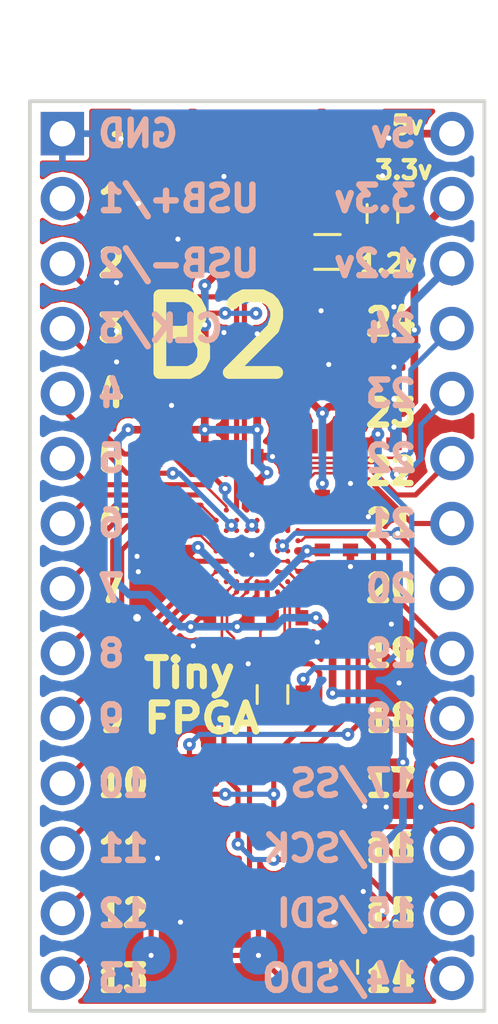
<source format=kicad_pcb>
(kicad_pcb (version 4) (host pcbnew 4.0.6)
  (layers (0 F.Cu signal) (31 B.Cu signal) (34 B.Paste user) (35 F.Paste user) (36 B.SilkS user hide) (37 F.SilkS user) (38 B.Mask user) (39 F.Mask user) (44 Edge.Cuts user))
  (net 0 "")
  (net 1 CDONE)
  (net 2 VPP_FAST)
  (net 3 224)
  (net 4 221)
  (net 5 185)
  (net 6 174)
  (net 7 116)
  (net 8 3A)
  (net 9 3B)
  (net 10 148)
  (net 11 10A)
  (net 12 212)
  (net 13 115)
  (net 14 119)
  (net 15 10B)
  (net 16 24B)
  (net 17 26A)
  (net 18 24A)
  (net 19 81_GBIN5)
  (net 20 54)
  (net 21 26B)
  (net 22 55)
  (net 23 177)
  (net 24 "Net-(J3-Pad1)")
  (net 25 "Net-(J3-Pad2)")
  (net 26 "Net-(J3-Pad3)")
  (net 27 "Net-(J3-Pad4)")
  (net 28 "Net-(U4-Pad4)")
  (net 29 "Net-(U5-Pad7)")
  (net 30 +5V)
  (net 31 CLK)
  (net 32 +1V2)
  (net 33 SCK)
  (net 34 CRESET_B)
  (net 35 SDI)
  (net 36 2B)
  (net 37 SS)
  (net 38 GND)
  (net 39 +3V3)
  (net 40 SDO)
  (net 41 141_GBIN2)
  (net 42 USB_P)
  (net 43 USB_N)
  (net 44 "Net-(C6-Pad1)")
  (net 45 "Net-(C6-Pad2)")
  (net 46 "Net-(U1-PadE3)")
  (net 47 "Net-(U1-PadF3)")
  (net 48 "Net-(R7-Pad1)")
  (module tinyfpga:CM81 (layer F.Cu) (at 151.124 114.1049)
    (fp_text reference U1)
    (fp_text value iCE40-LP8K-CM81)
    (pad A1 smd circle (at -1.6 -1.6) (size 0.2 0.2) (layers F.Cu F.Paste F.Mask) (net 3 224))
    (pad A2 smd circle (at -1.2 -1.6) (size 0.2 0.2) (layers F.Cu F.Paste F.Mask) (net 4 221))
    (pad A3 smd circle (at -0.8 -1.6) (size 0.2 0.2) (layers F.Cu F.Paste F.Mask) (net 42 USB_P))
    (pad A4 smd circle (at -0.4 -1.6) (size 0.2 0.2) (layers F.Cu F.Paste F.Mask) (net 43 USB_N))
    (pad A5 smd circle (at 0 -1.6) (size 0.2 0.2) (layers F.Cu F.Paste F.Mask) (net 39 +3V3))
    (pad A6 smd circle (at 0.4 -1.6) (size 0.2 0.2) (layers F.Cu F.Paste F.Mask) (net 5 185))
    (pad A7 smd circle (at 0.8 -1.6) (size 0.2 0.2) (layers F.Cu F.Paste F.Mask) (net 23 177))
    (pad A8 smd circle (at 1.2 -1.6) (size 0.2 0.2) (layers F.Cu F.Paste F.Mask) (net 6 174))
    (pad A9 smd circle (at 1.6 -1.6) (size 0.2 0.2) (layers F.Cu F.Paste F.Mask) (net 7 116))
    (pad B1 smd circle (at -1.6 -1.2) (size 0.2 0.2) (layers F.Cu F.Paste F.Mask) (net 8 3A))
    (pad B2 smd circle (at -1.2 -1.2) (size 0.2 0.2) (layers F.Cu F.Paste F.Mask) (net 36 2B))
    (pad B3 smd circle (at -0.8 -1.2) (size 0.2 0.2) (layers F.Cu F.Paste F.Mask) (net 36 2B))
    (pad B4 smd circle (at -0.4 -1.2) (size 0.2 0.2) (layers F.Cu F.Paste F.Mask) (net 31 CLK))
    (pad B5 smd circle (at 0 -1.2) (size 0.2 0.2) (layers F.Cu F.Paste F.Mask) (net 31 CLK))
    (pad B6 smd circle (at 0.4 -1.2) (size 0.2 0.2) (layers F.Cu F.Paste F.Mask) (net 39 +3V3))
    (pad B7 smd circle (at 0.8 -1.2) (size 0.2 0.2) (layers F.Cu F.Paste F.Mask) (net 39 +3V3))
    (pad B8 smd circle (at 1.2 -1.2) (size 0.2 0.2) (layers F.Cu F.Paste F.Mask) (net 39 +3V3))
    (pad B9 smd circle (at 1.6 -1.2) (size 0.2 0.2) (layers F.Cu F.Paste F.Mask) (net 39 +3V3))
    (pad C1 smd circle (at -1.6 -0.8) (size 0.2 0.2) (layers F.Cu F.Paste F.Mask) (net 9 3B))
    (pad C2 smd circle (at -1.2 -0.8) (size 0.2 0.2) (layers F.Cu F.Paste F.Mask) (net 36 2B))
    (pad C3 smd circle (at -0.8 -0.8) (size 0.2 0.2) (layers F.Cu F.Paste F.Mask) (net 36 2B))
    (pad C4 smd circle (at -0.4 -0.8) (size 0.2 0.2) (layers F.Cu F.Paste F.Mask) (net 31 CLK))
    (pad C5 smd circle (at 0 -0.8) (size 0.2 0.2) (layers F.Cu F.Paste F.Mask) (net 31 CLK))
    (pad C6 smd circle (at 0.4 -0.8) (size 0.2 0.2) (layers F.Cu F.Paste F.Mask) (net 39 +3V3))
    (pad C7 smd circle (at 0.8 -0.8) (size 0.2 0.2) (layers F.Cu F.Paste F.Mask) (net 2 VPP_FAST))
    (pad C8 smd circle (at 1.2 -0.8) (size 0.2 0.2) (layers F.Cu F.Paste F.Mask) (net 39 +3V3))
    (pad C9 smd circle (at 1.6 -0.8) (size 0.2 0.2) (layers F.Cu F.Paste F.Mask) (net 10 148))
    (pad D1 smd circle (at -1.6 -0.4) (size 0.2 0.2) (layers F.Cu F.Paste F.Mask) (net 11 10A))
    (pad D2 smd circle (at -1.2 -0.4) (size 0.2 0.2) (layers F.Cu F.Paste F.Mask) (net 32 +1V2))
    (pad D3 smd circle (at -0.8 -0.4) (size 0.2 0.2) (layers F.Cu F.Paste F.Mask) (net 32 +1V2))
    (pad D4 smd circle (at -0.4 -0.4) (size 0.2 0.2) (layers F.Cu F.Paste F.Mask) (net 32 +1V2))
    (pad D5 smd circle (at 0 -0.4) (size 0.2 0.2) (layers F.Cu F.Paste F.Mask) (net 12 212))
    (pad D6 smd circle (at 0.4 -0.4) (size 0.2 0.2) (layers F.Cu F.Paste F.Mask) (net 13 115))
    (pad D7 smd circle (at 0.8 -0.4) (size 0.2 0.2) (layers F.Cu F.Paste F.Mask) (net 41 141_GBIN2))
    (pad D8 smd circle (at 1.2 -0.4) (size 0.2 0.2) (layers F.Cu F.Paste F.Mask) (net 41 141_GBIN2))
    (pad D9 smd circle (at 1.6 -0.4) (size 0.2 0.2) (layers F.Cu F.Paste F.Mask) (net 14 119))
    (pad E1 smd circle (at -1.6 0) (size 0.2 0.2) (layers F.Cu F.Paste F.Mask) (net 15 10B))
    (pad E2 smd circle (at -1.2 0) (size 0.2 0.2) (layers F.Cu F.Paste F.Mask) (net 32 +1V2))
    (pad E3 smd circle (at -0.8 0) (size 0.2 0.2) (layers F.Cu F.Paste F.Mask) (net 46 "Net-(U1-PadE3)"))
    (pad E4 smd circle (at -0.4 0) (size 0.2 0.2) (layers F.Cu F.Paste F.Mask) (net 38 GND))
    (pad E5 smd circle (at 0 0) (size 0.2 0.2) (layers F.Cu F.Paste F.Mask) (net 38 GND))
    (pad E6 smd circle (at 0.4 0) (size 0.2 0.2) (layers F.Cu F.Paste F.Mask) (net 1 CDONE))
    (pad E7 smd circle (at 0.8 0) (size 0.2 0.2) (layers F.Cu F.Paste F.Mask) (net 41 141_GBIN2))
    (pad E8 smd circle (at 1.2 0) (size 0.2 0.2) (layers F.Cu F.Paste F.Mask) (net 41 141_GBIN2))
    (pad E9 smd circle (at 1.6 0) (size 0.2 0.2) (layers F.Cu F.Paste F.Mask) (net 32 +1V2))
    (pad F1 smd circle (at -1.6 0.4) (size 0.2 0.2) (layers F.Cu F.Paste F.Mask) (net 32 +1V2))
    (pad F2 smd circle (at -1.2 0.4) (size 0.2 0.2) (layers F.Cu F.Paste F.Mask) (net 32 +1V2))
    (pad F3 smd circle (at -0.8 0.4) (size 0.2 0.2) (layers F.Cu F.Paste F.Mask) (net 47 "Net-(U1-PadF3)"))
    (pad F4 smd circle (at -0.4 0.4) (size 0.2 0.2) (layers F.Cu F.Paste F.Mask) (net 38 GND))
    (pad F5 smd circle (at 0 0.4) (size 0.2 0.2) (layers F.Cu F.Paste F.Mask) (net 38 GND))
    (pad F6 smd circle (at 0.4 0.4) (size 0.2 0.2) (layers F.Cu F.Paste F.Mask) (net 38 GND))
    (pad F7 smd circle (at 0.8 0.4) (size 0.2 0.2) (layers F.Cu F.Paste F.Mask) (net 37 SS))
    (pad F8 smd circle (at 1.2 0.4) (size 0.2 0.2) (layers F.Cu F.Paste F.Mask) (net 37 SS))
    (pad F9 smd circle (at 1.6 0.4) (size 0.2 0.2) (layers F.Cu F.Paste F.Mask) (net 38 GND))
    (pad G1 smd circle (at -1.6 0.8) (size 0.2 0.2) (layers F.Cu F.Paste F.Mask) (net 16 24B))
    (pad G2 smd circle (at -1.2 0.8) (size 0.2 0.2) (layers F.Cu F.Paste F.Mask) (net 17 26A))
    (pad G3 smd circle (at -0.8 0.8) (size 0.2 0.2) (layers F.Cu F.Paste F.Mask) (net 18 24A))
    (pad G4 smd circle (at -0.4 0.8) (size 0.2 0.2) (layers F.Cu F.Paste F.Mask) (net 19 81_GBIN5))
    (pad G5 smd circle (at 0 0.8) (size 0.2 0.2) (layers F.Cu F.Paste F.Mask) (net 40 SDO))
    (pad G6 smd circle (at 0.4 0.8) (size 0.2 0.2) (layers F.Cu F.Paste F.Mask) (net 40 SDO))
    (pad G7 smd circle (at 0.8 0.8) (size 0.2 0.2) (layers F.Cu F.Paste F.Mask) (net 33 SCK))
    (pad G8 smd circle (at 1.2 0.8) (size 0.2 0.2) (layers F.Cu F.Paste F.Mask) (net 33 SCK))
    (pad G9 smd circle (at 1.6 0.8) (size 0.2 0.2) (layers F.Cu F.Paste F.Mask) (net 37 SS))
    (pad H1 smd circle (at -1.6 1.2) (size 0.2 0.2) (layers F.Cu F.Paste F.Mask) (net 20 54))
    (pad H2 smd circle (at -1.2 1.2) (size 0.2 0.2) (layers F.Cu F.Paste F.Mask) (net 21 26B))
    (pad H3 smd circle (at -0.8 1.2) (size 0.2 0.2) (layers F.Cu F.Paste F.Mask) (net 39 +3V3))
    (pad H4 smd circle (at -0.4 1.2) (size 0.2 0.2) (layers F.Cu F.Paste F.Mask) (net 40 SDO))
    (pad H5 smd circle (at 0 1.2) (size 0.2 0.2) (layers F.Cu F.Paste F.Mask) (net 34 CRESET_B))
    (pad H6 smd circle (at 0.4 1.2) (size 0.2 0.2) (layers F.Cu F.Paste F.Mask) (net 34 CRESET_B))
    (pad H7 smd circle (at 0.8 1.2) (size 0.2 0.2) (layers F.Cu F.Paste F.Mask) (net 35 SDI) (clearance 0.1))
    (pad H8 smd circle (at 1.2 1.2) (size 0.2 0.2) (layers F.Cu F.Paste F.Mask) (net 39 +3V3))
    (pad H9 smd circle (at 1.6 1.2) (size 0.2 0.2) (layers F.Cu F.Paste F.Mask) (net 33 SCK))
    (pad J1 smd circle (at -1.6 1.6) (size 0.2 0.2) (layers F.Cu F.Paste F.Mask) (net 22 55) (clearance 0.1))
    (pad J2 smd circle (at -1.2 1.6) (size 0.2 0.2) (layers F.Cu F.Paste F.Mask) (net 39 +3V3))
    (pad J3 smd circle (at -0.8 1.6) (size 0.2 0.2) (layers F.Cu F.Paste F.Mask) (net 40 SDO))
    (pad J4 smd circle (at -0.4 1.6) (size 0.2 0.2) (layers F.Cu F.Paste F.Mask) (net 34 CRESET_B))
    (pad J5 smd circle (at 0 1.6) (size 0.2 0.2) (layers F.Cu F.Paste F.Mask) (net 39 +3V3))
    (pad J6 smd circle (at 0.4 1.6) (size 0.2 0.2) (layers F.Cu F.Paste F.Mask) (net 44 "Net-(C6-Pad1)"))
    (pad J7 smd circle (at 0.8 1.6) (size 0.2 0.2) (layers F.Cu F.Paste F.Mask) (net 45 "Net-(C6-Pad2)"))
    (pad J8 smd circle (at 1.2 1.6) (size 0.2 0.2) (layers F.Cu F.Paste F.Mask) (net 35 SDI))
    (pad J9 smd circle (at 1.6 1.6) (size 0.2 0.2) (layers F.Cu F.Paste F.Mask) (net 39 +3V3))
  )
  (module Connectors_Molex:USB_Micro-B_Molex_47346-0001 (layer F.Cu) (at 151.13 97.964 180)
    (fp_text reference J3)
    (fp_text value USB_OTG)
    (pad 1 smd rect (at -1.3 -2.675 270) (size 1.35 0.4) (layers F.Cu F.Paste F.Mask) (net 24 "Net-(J3-Pad1)"))
    (pad 2 smd rect (at -0.65 -2.675 270) (size 1.35 0.4) (layers F.Cu F.Paste F.Mask) (net 25 "Net-(J3-Pad2)"))
    (pad 3 smd rect (at 0 -2.675 270) (size 1.35 0.4) (layers F.Cu F.Paste F.Mask) (net 26 "Net-(J3-Pad3)"))
    (pad 4 smd rect (at 0.65 -2.675 270) (size 1.35 0.4) (layers F.Cu F.Paste F.Mask) (net 27 "Net-(J3-Pad4)"))
    (pad 5 smd rect (at 1.3 -2.675 270) (size 1.35 0.4) (layers F.Cu F.Paste F.Mask) (net 38 GND))
    (pad 6 smd rect (at -3.1 -2.55 180) (size 2.1 1.6) (layers F.Cu F.Paste F.Mask) (net 38 GND))
    (pad 6 smd rect (at 3.1 -2.55 180) (size 2.1 1.6) (layers F.Cu F.Paste F.Mask) (net 38 GND))
    (pad 6 smd rect (at -3.8 0 270) (size 1.9 1.8) (layers F.Cu F.Paste F.Mask) (net 38 GND))
    (pad 6 smd rect (at 3.8 0 270) (size 1.9 1.8) (layers F.Cu F.Paste F.Mask) (net 38 GND))
    (pad 6 smd rect (at -1.2 0 270) (size 1.9 1.9) (layers F.Cu F.Paste F.Mask) (net 38 GND))
    (pad 6 smd rect (at 1.2 0 270) (size 1.9 1.9) (layers F.Cu F.Paste F.Mask) (net 38 GND))
  )
  (module tinyfpga:CDFN3225-4LD-PL-1 (layer F.Cu) (at 148.033614 109.355754 180)
    (fp_text reference U3)
    (fp_text value DSC6001CI2A-016.0000T)
    (pad 1 smd rect (at -1.046386 0.941754 270) (size 1 0.9) (layers F.Cu F.Paste F.Mask) (net 39 +3V3))
    (pad 4 smd rect (at -1.046386 -0.958246 270) (size 1 0.9) (layers F.Cu F.Paste F.Mask) (net 39 +3V3))
    (pad 3 smd rect (at 1.053614 -0.958246 270) (size 1 0.9) (layers F.Cu F.Paste F.Mask) (net 31 CLK))
    (pad 2 smd rect (at 1.053614 0.941754 270) (size 1 0.9) (layers F.Cu F.Paste F.Mask) (net 38 GND))
  )
  (module Measurement_Points:Measurement_Point_Round-SMD-Pad_Small (layer B.Cu) (at 146.98 129.914)
    (fp_text reference TP1)
    (fp_text value TEST)
    (pad 1 smd circle (at 0 0) (size 1.5 1.5) (layers B.Cu B.Mask) (net 48 "Net-(R7-Pad1)"))
  )
  (module Measurement_Points:Measurement_Point_Round-SMD-Pad_Small (layer B.Cu) (at 151.18 129.914)
    (fp_text reference TP2)
    (fp_text value TEST)
    (pad 1 smd circle (at 0 0) (size 1.5 1.5) (layers B.Cu B.Mask) (net 34 CRESET_B))
  )
  (module tinyfpga:SC-70-C5 (layer F.Cu) (at 153.63 105.164)
    (fp_text reference U2)
    (fp_text value MIC5504-3.3YM5-TR)
    (pad 2 smd rect (at 0 -1.3) (size 0.45 0.95) (layers F.Cu F.Paste F.Mask) (net 38 GND))
    (pad 3 smd rect (at -0.95 -1.3) (size 0.45 0.95) (layers F.Cu F.Paste F.Mask) (net 30 +5V))
    (pad 1 smd rect (at 0.95 -1.3) (size 0.45 0.95) (layers F.Cu F.Paste F.Mask) (net 30 +5V))
    (pad 4 smd rect (at -0.95 1.3) (size 0.45 0.95) (layers F.Cu F.Paste F.Mask) (net 39 +3V3))
    (pad 5 smd rect (at 0.95 1.3) (size 0.45 0.95) (layers F.Cu F.Paste F.Mask) (net 39 +3V3))
  )
  (module Resistors_SMD:R_0402_NoSilk (layer F.Cu) (at 148.23 127.364)
    (fp_text reference R7)
    (fp_text value 10k)
    (pad 1 smd rect (at -0.45 0) (size 0.4 0.6) (layers F.Cu F.Paste F.Mask) (net 48 "Net-(R7-Pad1)"))
    (pad 2 smd rect (at 0.45 0) (size 0.4 0.6) (layers F.Cu F.Paste F.Mask) (net 38 GND))
  )
  (module Pin_Headers:Pin_Header_Straight_1x14_Pitch2.54mm (layer F.Cu) (at 158.75 97.79)
    (fp_text reference J2 hide)
    (fp_text value CONN_01X14 hide)
    (pad 1 thru_hole circle (at 0 0) (size 1.7 1.7) (drill 1) (layers *.Cu *.Mask) (net 30 +5V))
    (pad 2 thru_hole oval (at 0 2.54) (size 1.7 1.7) (drill 1) (layers *.Cu *.Mask) (net 39 +3V3))
    (pad 3 thru_hole oval (at 0 5.08) (size 1.7 1.7) (drill 1) (layers *.Cu *.Mask) (net 32 +1V2))
    (pad 4 thru_hole oval (at 0 7.62) (size 1.7 1.7) (drill 1) (layers *.Cu *.Mask) (net 5 185))
    (pad 5 thru_hole oval (at 0 10.16) (size 1.7 1.7) (drill 1) (layers *.Cu *.Mask) (net 23 177))
    (pad 6 thru_hole oval (at 0 12.7) (size 1.7 1.7) (drill 1) (layers *.Cu *.Mask) (net 6 174))
    (pad 7 thru_hole oval (at 0 15.24) (size 1.7 1.7) (drill 1) (layers *.Cu *.Mask) (net 7 116))
    (pad 8 thru_hole oval (at 0 17.78) (size 1.7 1.7) (drill 1) (layers *.Cu *.Mask) (net 41 141_GBIN2))
    (pad 9 thru_hole oval (at 0 20.32) (size 1.7 1.7) (drill 1) (layers *.Cu *.Mask) (net 10 148))
    (pad 10 thru_hole oval (at 0 22.86) (size 1.7 1.7) (drill 1) (layers *.Cu *.Mask) (net 14 119))
    (pad 11 thru_hole oval (at 0 25.4) (size 1.7 1.7) (drill 1) (layers *.Cu *.Mask) (net 37 SS))
    (pad 12 thru_hole oval (at 0 27.94) (size 1.7 1.7) (drill 1) (layers *.Cu *.Mask) (net 33 SCK))
    (pad 13 thru_hole oval (at 0 30.48) (size 1.7 1.7) (drill 1) (layers *.Cu *.Mask) (net 35 SDI))
    (pad 14 thru_hole oval (at 0 33.02) (size 1.7 1.7) (drill 1) (layers *.Cu *.Mask) (net 40 SDO))
  )
  (module Capacitors_SMD:C_0603 (layer F.Cu) (at 156.03 100.914 90)
    (fp_text reference C17)
    (fp_text value 10uF)
    (pad 1 smd rect (at -0.75 0 90) (size 0.8 0.75) (layers F.Cu F.Paste F.Mask) (net 30 +5V))
    (pad 2 smd rect (at 0.75 0 90) (size 0.8 0.75) (layers F.Cu F.Paste F.Mask) (net 38 GND))
  )
  (module Resistors_SMD:R_0402 (layer F.Cu) (at 154.53 130.364 270)
    (fp_text reference R6)
    (fp_text value 100)
    (pad 1 smd rect (at -0.45 0 270) (size 0.4 0.6) (layers F.Cu F.Paste F.Mask) (net 39 +3V3))
    (pad 2 smd rect (at 0.45 0 270) (size 0.4 0.6) (layers F.Cu F.Paste F.Mask) (net 34 CRESET_B))
  )
  (module Housings_SOIC:SOIC-8_3.9x4.9mm_Pitch1.27mm (layer F.Cu) (at 151.13 124.249)
    (fp_text reference U5)
    (fp_text value AT25SF041-SSHD-B)
    (pad 1 smd rect (at -2.7 -1.905) (size 1.55 0.6) (layers F.Cu F.Paste F.Mask) (net 37 SS))
    (pad 2 smd rect (at -2.7 -0.635) (size 1.55 0.6) (layers F.Cu F.Paste F.Mask) (net 35 SDI))
    (pad 3 smd rect (at -2.7 0.635) (size 1.55 0.6) (layers F.Cu F.Paste F.Mask) (net 48 "Net-(R7-Pad1)"))
    (pad 4 smd rect (at -2.7 1.905) (size 1.55 0.6) (layers F.Cu F.Paste F.Mask) (net 38 GND))
    (pad 5 smd rect (at 2.7 1.905) (size 1.55 0.6) (layers F.Cu F.Paste F.Mask) (net 40 SDO))
    (pad 6 smd rect (at 2.7 0.635) (size 1.55 0.6) (layers F.Cu F.Paste F.Mask) (net 33 SCK))
    (pad 7 smd rect (at 2.7 -0.635) (size 1.55 0.6) (layers F.Cu F.Paste F.Mask) (net 29 "Net-(U5-Pad7)"))
    (pad 8 smd rect (at 2.7 -1.905) (size 1.55 0.6) (layers F.Cu F.Paste F.Mask) (net 39 +3V3))
  )
  (module Capacitors_SMD:C_0402_NoSilk (layer F.Cu) (at 150.78 117.264 270)
    (fp_text reference C16)
    (fp_text value 100nF)
    (pad 1 smd rect (at -0.55 0 270) (size 0.6 0.5) (layers F.Cu F.Paste F.Mask) (net 39 +3V3))
    (pad 2 smd rect (at 0.55 0 270) (size 0.6 0.5) (layers F.Cu F.Paste F.Mask) (net 38 GND))
  )
  (module Resistors_SMD:R_0402_NoSilk (layer F.Cu) (at 153.68 115.414 90)
    (fp_text reference R5)
    (fp_text value 10k)
    (pad 1 smd rect (at -0.45 0 90) (size 0.4 0.6) (layers F.Cu F.Paste F.Mask) (net 39 +3V3))
    (pad 2 smd rect (at 0.45 0 90) (size 0.4 0.6) (layers F.Cu F.Paste F.Mask) (net 37 SS))
  )
  (module Capacitors_SMD:C_0402_NoSilk (layer F.Cu) (at 154.23 114.064)
    (fp_text reference C13)
    (fp_text value 10nF)
    (pad 1 smd rect (at -0.55 0) (size 0.6 0.5) (layers F.Cu F.Paste F.Mask) (net 32 +1V2))
    (pad 2 smd rect (at 0.55 0) (size 0.6 0.5) (layers F.Cu F.Paste F.Mask) (net 38 GND))
  )
  (module Capacitors_SMD:C_0402_NoSilk (layer F.Cu) (at 151.13 110.964 90)
    (fp_text reference C15)
    (fp_text value 10nF)
    (pad 1 smd rect (at -0.55 0 90) (size 0.6 0.5) (layers F.Cu F.Paste F.Mask) (net 39 +3V3))
    (pad 2 smd rect (at 0.55 0 90) (size 0.6 0.5) (layers F.Cu F.Paste F.Mask) (net 38 GND))
  )
  (module Capacitors_SMD:C_0402_NoSilk (layer F.Cu) (at 154.23 112.764)
    (fp_text reference C14)
    (fp_text value 10nF)
    (pad 1 smd rect (at -0.55 0) (size 0.6 0.5) (layers F.Cu F.Paste F.Mask) (net 39 +3V3))
    (pad 2 smd rect (at 0.55 0) (size 0.6 0.5) (layers F.Cu F.Paste F.Mask) (net 38 GND))
  )
  (module Capacitors_SMD:C_0402_NoSilk (layer F.Cu) (at 147.73 114.914 180)
    (fp_text reference C12)
    (fp_text value 10nF)
    (pad 1 smd rect (at -0.55 0 180) (size 0.6 0.5) (layers F.Cu F.Paste F.Mask) (net 32 +1V2))
    (pad 2 smd rect (at 0.55 0 180) (size 0.6 0.5) (layers F.Cu F.Paste F.Mask) (net 38 GND))
  )
  (module Capacitors_SMD:C_0402_NoSilk (layer F.Cu) (at 147.73 114.114 180)
    (fp_text reference C11)
    (fp_text value 100nF)
    (pad 1 smd rect (at -0.55 0 180) (size 0.6 0.5) (layers F.Cu F.Paste F.Mask) (net 32 +1V2))
    (pad 2 smd rect (at 0.55 0 180) (size 0.6 0.5) (layers F.Cu F.Paste F.Mask) (net 38 GND))
  )
  (module Capacitors_SMD:C_0402_NoSilk (layer F.Cu) (at 154.23 111.964)
    (fp_text reference C10)
    (fp_text value 100nF)
    (pad 1 smd rect (at -0.55 0) (size 0.6 0.5) (layers F.Cu F.Paste F.Mask) (net 39 +3V3))
    (pad 2 smd rect (at 0.55 0) (size 0.6 0.5) (layers F.Cu F.Paste F.Mask) (net 38 GND))
  )
  (module Capacitors_SMD:C_0402_NoSilk (layer F.Cu) (at 152.88 117.264 270)
    (fp_text reference C9)
    (fp_text value 100nF)
    (pad 1 smd rect (at -0.55 0 270) (size 0.6 0.5) (layers F.Cu F.Paste F.Mask) (net 39 +3V3))
    (pad 2 smd rect (at 0.55 0 270) (size 0.6 0.5) (layers F.Cu F.Paste F.Mask) (net 38 GND))
  )
  (module Capacitors_SMD:C_0402_NoSilk (layer F.Cu) (at 149.28 117.264 270)
    (fp_text reference C8)
    (fp_text value 100nF)
    (pad 1 smd rect (at -0.55 0 270) (size 0.6 0.5) (layers F.Cu F.Paste F.Mask) (net 39 +3V3))
    (pad 2 smd rect (at 0.55 0 270) (size 0.6 0.5) (layers F.Cu F.Paste F.Mask) (net 38 GND))
  )
  (module Capacitors_SMD:C_0603 (layer F.Cu) (at 151.73 119.714 270)
    (fp_text reference C6)
    (fp_text value 10uF)
    (pad 1 smd rect (at -0.75 0 270) (size 0.8 0.75) (layers F.Cu F.Paste F.Mask) (net 44 "Net-(C6-Pad1)"))
    (pad 2 smd rect (at 0.75 0 270) (size 0.8 0.75) (layers F.Cu F.Paste F.Mask) (net 45 "Net-(C6-Pad2)"))
  )
  (module Capacitors_SMD:C_0402_NoSilk (layer F.Cu) (at 151.73 117.264 270)
    (fp_text reference C7)
    (fp_text value 100nF)
    (pad 1 smd rect (at -0.55 0 270) (size 0.6 0.5) (layers F.Cu F.Paste F.Mask) (net 44 "Net-(C6-Pad1)"))
    (pad 2 smd rect (at 0.55 0 270) (size 0.6 0.5) (layers F.Cu F.Paste F.Mask) (net 45 "Net-(C6-Pad2)"))
  )
  (module Resistors_SMD:R_0402_NoSilk (layer F.Cu) (at 152.93 120.014 90)
    (fp_text reference R4)
    (fp_text value 100)
    (pad 1 smd rect (at -0.45 0 90) (size 0.4 0.6) (layers F.Cu F.Paste F.Mask) (net 45 "Net-(C6-Pad2)"))
    (pad 2 smd rect (at 0.45 0 90) (size 0.4 0.6) (layers F.Cu F.Paste F.Mask) (net 32 +1V2))
  )
  (module Capacitors_SMD:C_0402_NoSilk (layer F.Cu) (at 155.33 122.914 270)
    (fp_text reference C5)
    (fp_text value 100nF)
    (pad 1 smd rect (at -0.55 0 270) (size 0.6 0.5) (layers F.Cu F.Paste F.Mask) (net 39 +3V3))
    (pad 2 smd rect (at 0.55 0 270) (size 0.6 0.5) (layers F.Cu F.Paste F.Mask) (net 38 GND))
  )
  (module Resistors_SMD:R_0402_NoSilk (layer F.Cu) (at 149.63 102.714 270)
    (fp_text reference R1)
    (fp_text value 1.5k)
    (pad 1 smd rect (at -0.45 0 270) (size 0.4 0.6) (layers F.Cu F.Paste F.Mask) (net 26 "Net-(J3-Pad3)"))
    (pad 2 smd rect (at 0.45 0 270) (size 0.4 0.6) (layers F.Cu F.Paste F.Mask) (net 39 +3V3))
  )
  (module Resistors_SMD:R_0402_NoSilk (layer F.Cu) (at 150.63 102.714 90)
    (fp_text reference R2)
    (fp_text value 68)
    (pad 1 smd rect (at -0.45 0 90) (size 0.4 0.6) (layers F.Cu F.Paste F.Mask) (net 42 USB_P))
    (pad 2 smd rect (at 0.45 0 90) (size 0.4 0.6) (layers F.Cu F.Paste F.Mask) (net 26 "Net-(J3-Pad3)"))
  )
  (module Resistors_SMD:R_0402_NoSilk (layer F.Cu) (at 151.63 102.714 90)
    (fp_text reference R3)
    (fp_text value 68)
    (pad 1 smd rect (at -0.45 0 90) (size 0.4 0.6) (layers F.Cu F.Paste F.Mask) (net 43 USB_N))
    (pad 2 smd rect (at 0.45 0 90) (size 0.4 0.6) (layers F.Cu F.Paste F.Mask) (net 25 "Net-(J3-Pad2)"))
  )
  (module tinyfpga:SC-70-C5 (layer F.Cu) (at 153.93 108.714)
    (fp_text reference U4)
    (fp_text value MIC5365-1.2YC5-TR)
    (pad 2 smd rect (at 0 -1.1) (size 0.45 0.95) (layers F.Cu F.Paste F.Mask) (net 38 GND))
    (pad 3 smd rect (at -0.65 -1.1) (size 0.45 0.95) (layers F.Cu F.Paste F.Mask) (net 39 +3V3))
    (pad 1 smd rect (at 0.65 -1.1) (size 0.45 0.95) (layers F.Cu F.Paste F.Mask) (net 39 +3V3))
    (pad 4 smd rect (at -0.65 1.1) (size 0.45 0.95) (layers F.Cu F.Paste F.Mask) (net 28 "Net-(U4-Pad4)"))
    (pad 5 smd rect (at 0.65 1.1) (size 0.45 0.95) (layers F.Cu F.Paste F.Mask) (net 32 +1V2))
  )
  (module Capacitors_SMD:C_0402_NoSilk (layer F.Cu) (at 155.93 109.914)
    (fp_text reference C3)
    (fp_text value 1uF)
    (pad 1 smd rect (at -0.55 0) (size 0.6 0.5) (layers F.Cu F.Paste F.Mask) (net 32 +1V2))
    (pad 2 smd rect (at 0.55 0) (size 0.6 0.5) (layers F.Cu F.Paste F.Mask) (net 38 GND))
  )
  (module Capacitors_SMD:C_0402_NoSilk (layer F.Cu) (at 155.93 103.914)
    (fp_text reference C1)
    (fp_text value 1uF)
    (pad 1 smd rect (at -0.55 0) (size 0.6 0.5) (layers F.Cu F.Paste F.Mask) (net 30 +5V))
    (pad 2 smd rect (at 0.55 0) (size 0.6 0.5) (layers F.Cu F.Paste F.Mask) (net 38 GND))
  )
  (module Capacitors_SMD:C_0402_NoSilk (layer F.Cu) (at 155.93 106.314)
    (fp_text reference C4)
    (fp_text value 1uF)
    (pad 1 smd rect (at -0.55 0) (size 0.6 0.5) (layers F.Cu F.Paste F.Mask) (net 39 +3V3))
    (pad 2 smd rect (at 0.55 0) (size 0.6 0.5) (layers F.Cu F.Paste F.Mask) (net 38 GND))
  )
  (module Capacitors_SMD:C_0402_NoSilk (layer F.Cu) (at 155.93 107.514)
    (fp_text reference C2)
    (fp_text value 1uF)
    (pad 1 smd rect (at -0.55 0) (size 0.6 0.5) (layers F.Cu F.Paste F.Mask) (net 39 +3V3))
    (pad 2 smd rect (at 0.55 0) (size 0.6 0.5) (layers F.Cu F.Paste F.Mask) (net 38 GND))
  )
  (module Pin_Headers:Pin_Header_Straight_1x14_Pitch2.54mm (layer F.Cu) (at 143.51 97.79)
    (fp_text reference J1 hide)
    (fp_text value CONN_01X14 hide)
    (pad 1 thru_hole rect (at 0 0) (size 1.7 1.7) (drill 1) (layers *.Cu *.Mask) (net 38 GND))
    (pad 2 thru_hole oval (at 0 2.54) (size 1.7 1.7) (drill 1) (layers *.Cu *.Mask) (net 42 USB_P))
    (pad 3 thru_hole oval (at 0 5.08) (size 1.7 1.7) (drill 1) (layers *.Cu *.Mask) (net 43 USB_N))
    (pad 4 thru_hole oval (at 0 7.62) (size 1.7 1.7) (drill 1) (layers *.Cu *.Mask) (net 31 CLK))
    (pad 5 thru_hole oval (at 0 10.16) (size 1.7 1.7) (drill 1) (layers *.Cu *.Mask) (net 36 2B))
    (pad 6 thru_hole oval (at 0 12.7) (size 1.7 1.7) (drill 1) (layers *.Cu *.Mask) (net 4 221))
    (pad 7 thru_hole oval (at 0 15.24) (size 1.7 1.7) (drill 1) (layers *.Cu *.Mask) (net 3 224))
    (pad 8 thru_hole oval (at 0 17.78) (size 1.7 1.7) (drill 1) (layers *.Cu *.Mask) (net 8 3A))
    (pad 9 thru_hole oval (at 0 20.32) (size 1.7 1.7) (drill 1) (layers *.Cu *.Mask) (net 9 3B))
    (pad 10 thru_hole oval (at 0 22.86) (size 1.7 1.7) (drill 1) (layers *.Cu *.Mask) (net 11 10A))
    (pad 11 thru_hole oval (at 0 25.4) (size 1.7 1.7) (drill 1) (layers *.Cu *.Mask) (net 15 10B))
    (pad 12 thru_hole oval (at 0 27.94) (size 1.7 1.7) (drill 1) (layers *.Cu *.Mask) (net 16 24B))
    (pad 13 thru_hole oval (at 0 30.48) (size 1.7 1.7) (drill 1) (layers *.Cu *.Mask) (net 20 54))
    (pad 14 thru_hole oval (at 0 33.02) (size 1.7 1.7) (drill 1) (layers *.Cu *.Mask) (net 22 55))
  )
  (module tinyfpga:PTS_810_SMT_Switch (layer F.Cu) (at 151.13 129.714)
    (fp_text reference SW1)
    (fp_text value SW_Push hide)
    (pad 1 smd rect (at -2.075 -1.075) (size 1.05 0.65) (layers F.Cu F.Paste F.Mask) (net 38 GND))
    (pad 1 smd rect (at 2.075 -1.075) (size 1.05 0.65) (layers F.Cu F.Paste F.Mask) (net 38 GND))
    (pad 2 smd rect (at 2.075 1.075) (size 1.05 0.65) (layers F.Cu F.Paste F.Mask) (net 34 CRESET_B))
    (pad 2 smd rect (at -2.075 1.075) (size 1.05 0.65) (layers F.Cu F.Paste F.Mask) (net 34 CRESET_B))
  )
  (module Inductors_SMD:L_0603 (layer F.Cu) (at 153.88 102.414 180)
    (fp_text reference L1)
    (fp_text value Bead)
    (pad 1 smd rect (at -0.75 0 180) (size 0.5 0.9) (layers F.Cu F.Paste F.Mask) (net 30 +5V))
    (pad 2 smd rect (at 0.75 0 180) (size 0.5 0.9) (layers F.Cu F.Paste F.Mask) (net 24 "Net-(J3-Pad1)"))
  )
  (gr_text "Tiny\nFPGA" (at 146.558 119.761) (layer F.SilkS) (effects (font (size 1.1 1.2) (thickness 0.275)) (justify left)))
  (gr_text B2 (at 146.28 105.764) (layer F.SilkS) (effects (font (size 3 3) (thickness 0.5)) (justify left)))
  (gr_text 5v (at 157.48 97.79) (layer B.SilkS) (effects (font (size 1 1) (thickness 0.25)) (justify left mirror)))
  (gr_text 3.3v (at 157.48 100.33) (layer B.SilkS) (effects (font (size 1 1) (thickness 0.25)) (justify left mirror)))
  (gr_text 1.2v (at 157.48 102.87) (layer B.SilkS) (effects (font (size 1 1) (thickness 0.25)) (justify left mirror)))
  (gr_text 24 (at 157.48 105.41) (layer B.SilkS) (effects (font (size 1 1) (thickness 0.25)) (justify left mirror)))
  (gr_text 23 (at 157.48 107.95) (layer B.SilkS) (effects (font (size 1 1) (thickness 0.25)) (justify left mirror)))
  (gr_text 22 (at 157.48 110.49) (layer B.SilkS) (effects (font (size 1 1) (thickness 0.25)) (justify left mirror)))
  (gr_text 21 (at 157.48 113.03) (layer B.SilkS) (effects (font (size 1 1) (thickness 0.25)) (justify left mirror)))
  (gr_text 20 (at 157.48 115.57) (layer B.SilkS) (effects (font (size 1 1) (thickness 0.25)) (justify left mirror)))
  (gr_text 19 (at 157.48 118.11) (layer B.SilkS) (effects (font (size 1 1) (thickness 0.25)) (justify left mirror)))
  (gr_text 18 (at 157.48 120.65) (layer B.SilkS) (effects (font (size 1 1) (thickness 0.25)) (justify left mirror)))
  (gr_text 17/SS (at 157.48 123.19) (layer B.SilkS) (effects (font (size 1 1) (thickness 0.25)) (justify left mirror)))
  (gr_text 16/SCK (at 157.48 125.73) (layer B.SilkS) (effects (font (size 1 1) (thickness 0.25)) (justify left mirror)))
  (gr_text 15/SDI (at 157.48 128.27) (layer B.SilkS) (effects (font (size 1 1) (thickness 0.25)) (justify left mirror)))
  (gr_text 14/SDO (at 157.48 130.81) (layer B.SilkS) (effects (font (size 1 1) (thickness 0.25)) (justify left mirror)))
  (gr_text 13 (at 144.78 130.81) (layer B.SilkS) (effects (font (size 1 1) (thickness 0.25)) (justify right mirror)))
  (gr_text 12 (at 144.78 128.27) (layer B.SilkS) (effects (font (size 1 1) (thickness 0.25)) (justify right mirror)))
  (gr_text 11 (at 144.78 125.73) (layer B.SilkS) (effects (font (size 1 1) (thickness 0.25)) (justify right mirror)))
  (gr_text 10 (at 144.78 123.19) (layer B.SilkS) (effects (font (size 1 1) (thickness 0.25)) (justify right mirror)))
  (gr_text 9 (at 144.78 120.65) (layer B.SilkS) (effects (font (size 1 1) (thickness 0.25)) (justify right mirror)))
  (gr_text 8 (at 144.78 118.11) (layer B.SilkS) (effects (font (size 1 1) (thickness 0.25)) (justify right mirror)))
  (gr_text 7 (at 144.78 115.57) (layer B.SilkS) (effects (font (size 1 1) (thickness 0.25)) (justify right mirror)))
  (gr_text 6 (at 144.78 113.03) (layer B.SilkS) (effects (font (size 1 1) (thickness 0.25)) (justify right mirror)))
  (gr_text 5 (at 144.78 110.49) (layer B.SilkS) (effects (font (size 1 1) (thickness 0.25)) (justify right mirror)))
  (gr_text 4 (at 144.78 107.95) (layer B.SilkS) (effects (font (size 1 1) (thickness 0.25)) (justify right mirror)))
  (gr_text CLK/3 (at 144.78 105.41) (layer B.SilkS) (effects (font (size 1 1) (thickness 0.25)) (justify right mirror)))
  (gr_text USB-/2 (at 144.78 102.87) (layer B.SilkS) (effects (font (size 1 1) (thickness 0.25)) (justify right mirror)))
  (gr_text USB+/1 (at 144.78 100.33) (layer B.SilkS) (effects (font (size 1 1) (thickness 0.25)) (justify right mirror)))
  (gr_text GND (at 144.78 97.79) (layer B.SilkS) (effects (font (size 1 1) (thickness 0.25)) (justify right mirror)))
  (gr_text 3.3v (at 158.08 99.214) (layer F.SilkS) (effects (font (size 0.7 0.7) (thickness 0.175)) (justify right)))
  (gr_text 5v (at 157.73 97.464) (layer F.SilkS) (effects (font (size 0.7 0.7) (thickness 0.175)) (justify right)))
  (gr_text 1.2v (at 157.48 102.87) (layer F.SilkS) (effects (font (size 0.7 0.7) (thickness 0.175)) (justify right)))
  (gr_text 24 (at 157.48 105.156) (layer F.SilkS) (effects (font (size 1 1) (thickness 0.25)) (justify right)))
  (gr_text 23 (at 157.48 108.712) (layer F.SilkS) (effects (font (size 1 1) (thickness 0.25)) (justify right)))
  (gr_text 22 (at 157.48 110.998) (layer F.SilkS) (effects (font (size 1 1) (thickness 0.25)) (justify right)))
  (gr_text 21 (at 157.48 113.03) (layer F.SilkS) (effects (font (size 1 1) (thickness 0.25)) (justify right)))
  (gr_text 20 (at 157.48 115.57) (layer F.SilkS) (effects (font (size 1 1) (thickness 0.25)) (justify right)))
  (gr_text 19 (at 157.48 118.11) (layer F.SilkS) (effects (font (size 1 1) (thickness 0.25)) (justify right)))
  (gr_text 18 (at 157.48 120.65) (layer F.SilkS) (effects (font (size 1 1) (thickness 0.25)) (justify right)))
  (gr_text 17 (at 157.48 123.19) (layer F.SilkS) (effects (font (size 1 1) (thickness 0.25)) (justify right)))
  (gr_text 16 (at 157.48 125.73) (layer F.SilkS) (effects (font (size 1 1) (thickness 0.25)) (justify right)))
  (gr_text 15 (at 157.48 128.27) (layer F.SilkS) (effects (font (size 1 1) (thickness 0.25)) (justify right)))
  (gr_text 14 (at 157.48 130.81) (layer F.SilkS) (effects (font (size 1 1) (thickness 0.25)) (justify right)))
  (gr_text 13 (at 144.78 130.81) (layer F.SilkS) (effects (font (size 1 1) (thickness 0.25)) (justify left)))
  (gr_text 12 (at 144.78 128.27) (layer F.SilkS) (effects (font (size 1 1) (thickness 0.25)) (justify left)))
  (gr_text 11 (at 144.78 125.73) (layer F.SilkS) (effects (font (size 1 1) (thickness 0.25)) (justify left)))
  (gr_text 10 (at 144.78 123.19) (layer F.SilkS) (effects (font (size 1 1) (thickness 0.25)) (justify left)))
  (gr_text 9 (at 144.78 120.65) (layer F.SilkS) (effects (font (size 1 1) (thickness 0.25)) (justify left)))
  (gr_text 8 (at 144.78 118.11) (layer F.SilkS) (effects (font (size 1 1) (thickness 0.25)) (justify left)))
  (gr_text 7 (at 144.78 115.57) (layer F.SilkS) (effects (font (size 1 1) (thickness 0.25)) (justify left)))
  (gr_text 6 (at 144.78 113.03) (layer F.SilkS) (effects (font (size 1 1) (thickness 0.25)) (justify left)))
  (gr_text 5 (at 144.78 110.49) (layer F.SilkS) (effects (font (size 1 1) (thickness 0.25)) (justify left)))
  (gr_text 4 (at 144.78 107.95) (layer F.SilkS) (effects (font (size 1 1) (thickness 0.25)) (justify left)))
  (gr_text 3 (at 144.78 105.41) (layer F.SilkS) (effects (font (size 1 1) (thickness 0.25)) (justify left)))
  (gr_text 2 (at 144.78 102.87) (layer F.SilkS) (effects (font (size 1 1) (thickness 0.25)) (justify left)))
  (gr_text 1 (at 144.78 100.33) (layer F.SilkS) (effects (font (size 1 1) (thickness 0.25)) (justify left)))
  (gr_text G (at 144.78 97.79) (layer F.SilkS) (effects (font (size 1 1) (thickness 0.25)) (justify left)))
  (gr_line (start 142.24 132.08) (end 142.24 96.52) (layer Edge.Cuts) (width 0.15))
  (gr_line (start 160.02 132.08) (end 142.24 132.08) (layer Edge.Cuts) (width 0.15))
  (gr_line (start 160.02 96.52) (end 160.02 132.08) (layer Edge.Cuts) (width 0.15))
  (gr_line (start 142.24 96.52) (end 160.02 96.52) (layer Edge.Cuts) (width 0.15))
  (segment (start 148.9331 111.914) (end 144.626 111.914) (width 0.2) (layer F.Cu) (net 3))
  (segment (start 144.626 111.914) (end 143.51 113.03) (width 0.2) (layer F.Cu) (net 3))
  (segment (start 149.524 112.5049) (end 148.9331 111.914) (width 0.1) (layer F.Cu) (net 3))
  (segment (start 149.074521 111.514) (end 144.534 111.514) (width 0.2) (layer F.Cu) (net 4))
  (segment (start 144.534 111.514) (end 143.51 110.49) (width 0.2) (layer F.Cu) (net 4))
  (segment (start 149.924 112.5049) (end 149.924 112.363479) (width 0.1) (layer F.Cu) (net 4))
  (segment (start 149.924 112.363479) (end 149.074521 111.514) (width 0.1) (layer F.Cu) (net 4))
  (segment (start 156.89068 110.496041) (end 157.140679 110.246042) (width 0.2) (layer B.Cu) (net 5))
  (segment (start 157.140679 110.246042) (end 157.140679 107.019321) (width 0.2) (layer B.Cu) (net 5))
  (segment (start 157.140679 107.019321) (end 157.900001 106.259999) (width 0.2) (layer B.Cu) (net 5))
  (segment (start 157.900001 106.259999) (end 158.75 105.41) (width 0.2) (layer B.Cu) (net 5))
  (segment (start 153.13 110.464) (end 156.858639 110.464) (width 0.1) (layer F.Cu) (net 5))
  (segment (start 156.858639 110.464) (end 156.89068 110.496041) (width 0.1) (layer F.Cu) (net 5))
  (via (at 156.89068 110.496041) (size 0.5) (drill 0.2) (layers F.Cu B.Cu) (net 5))
  (segment (start 153.13 110.464) (end 151.524 112.07) (width 0.1) (layer F.Cu) (net 5))
  (segment (start 151.524 112.07) (end 151.524 112.5049) (width 0.1) (layer F.Cu) (net 5))
  (segment (start 156.58 111.914) (end 157.326 111.914) (width 0.2) (layer F.Cu) (net 6))
  (segment (start 157.326 111.914) (end 158.75 110.49) (width 0.2) (layer F.Cu) (net 6))
  (segment (start 155.68 111.014) (end 156.58 111.914) (width 0.2) (layer F.Cu) (net 6))
  (segment (start 155.58 110.914) (end 155.68 111.014) (width 0.1) (layer F.Cu) (net 6))
  (segment (start 155.53002 110.86402) (end 155.58 110.914) (width 0.1) (layer F.Cu) (net 6))
  (segment (start 153.295692 110.86402) (end 155.53002 110.86402) (width 0.1) (layer F.Cu) (net 6))
  (segment (start 158.604 110.49) (end 158.75 110.49) (width 0.2) (layer F.Cu) (net 6))
  (segment (start 152.324 111.835712) (end 153.295692 110.86402) (width 0.1) (layer F.Cu) (net 6))
  (segment (start 152.324 112.5049) (end 152.324 111.835712) (width 0.1) (layer F.Cu) (net 6))
  (segment (start 155.48 111.314) (end 157.196 113.03) (width 0.2) (layer F.Cu) (net 7))
  (segment (start 157.196 113.03) (end 158.75 113.03) (width 0.2) (layer F.Cu) (net 7))
  (segment (start 155.23003 111.06403) (end 155.48 111.314) (width 0.1) (layer F.Cu) (net 7))
  (segment (start 153.378538 111.06403) (end 155.23003 111.06403) (width 0.1) (layer F.Cu) (net 7))
  (segment (start 152.724 111.718568) (end 153.378538 111.06403) (width 0.1) (layer F.Cu) (net 7))
  (segment (start 152.724 112.5049) (end 152.724 111.718568) (width 0.1) (layer F.Cu) (net 7))
  (segment (start 148.9331 112.314) (end 145.58 112.314) (width 0.2) (layer F.Cu) (net 8))
  (segment (start 145.58 112.314) (end 144.68 113.214) (width 0.2) (layer F.Cu) (net 8))
  (segment (start 144.68 113.214) (end 144.68 114.4) (width 0.2) (layer F.Cu) (net 8))
  (segment (start 144.68 114.4) (end 143.51 115.57) (width 0.2) (layer F.Cu) (net 8))
  (segment (start 149.524 112.9049) (end 148.9331 112.314) (width 0.1) (layer F.Cu) (net 8))
  (segment (start 148.9331 112.714) (end 145.83 112.714) (width 0.2) (layer F.Cu) (net 9))
  (segment (start 145.83 112.714) (end 145.13 113.414) (width 0.2) (layer F.Cu) (net 9))
  (segment (start 145.13 113.414) (end 145.13 116.49) (width 0.2) (layer F.Cu) (net 9))
  (segment (start 145.13 116.49) (end 143.51 118.11) (width 0.2) (layer F.Cu) (net 9))
  (segment (start 149.524 113.3049) (end 148.9331 112.714) (width 0.1) (layer F.Cu) (net 9))
  (segment (start 155.7209 113.3049) (end 156.279999 113.863999) (width 0.2) (layer F.Cu) (net 10))
  (segment (start 156.279999 113.863999) (end 156.279999 115.639999) (width 0.2) (layer F.Cu) (net 10))
  (segment (start 156.279999 115.639999) (end 158.75 118.11) (width 0.2) (layer F.Cu) (net 10))
  (segment (start 155.3209 113.3049) (end 155.7209 113.3049) (width 0.1) (layer F.Cu) (net 10))
  (segment (start 152.724 113.3049) (end 155.3209 113.3049) (width 0.1) (layer F.Cu) (net 10))
  (segment (start 148.93 113.114) (end 146.08 113.114) (width 0.2) (layer F.Cu) (net 11))
  (segment (start 146.08 113.114) (end 145.48 113.714) (width 0.2) (layer F.Cu) (net 11))
  (segment (start 145.48 113.714) (end 145.48 118.68) (width 0.2) (layer F.Cu) (net 11))
  (segment (start 145.48 118.68) (end 143.51 120.65) (width 0.2) (layer F.Cu) (net 11))
  (segment (start 149.420901 113.604901) (end 148.93 113.114) (width 0.1) (layer F.Cu) (net 11))
  (segment (start 149.524 113.7049) (end 149.424001 113.604901) (width 0.1) (layer F.Cu) (net 11))
  (segment (start 149.424001 113.604901) (end 149.420901 113.604901) (width 0.1) (layer F.Cu) (net 11))
  (segment (start 157.900001 119.317997) (end 157.900001 119.800001) (width 0.2) (layer F.Cu) (net 14))
  (segment (start 155.33 113.564) (end 155.68 113.914) (width 0.2) (layer F.Cu) (net 14))
  (segment (start 157.900001 119.800001) (end 158.75 120.65) (width 0.2) (layer F.Cu) (net 14))
  (segment (start 155.68 117.097996) (end 157.900001 119.317997) (width 0.2) (layer F.Cu) (net 14))
  (segment (start 155.68 113.914) (end 155.68 117.097996) (width 0.2) (layer F.Cu) (net 14))
  (segment (start 153.006321 113.564) (end 155.33 113.564) (width 0.1) (layer F.Cu) (net 14))
  (segment (start 152.724 113.7049) (end 152.865421 113.7049) (width 0.1) (layer F.Cu) (net 14))
  (segment (start 152.865421 113.7049) (end 153.006321 113.564) (width 0.1) (layer F.Cu) (net 14))
  (segment (start 148.53 113.514) (end 146.388998 113.514) (width 0.2) (layer F.Cu) (net 15))
  (segment (start 146.388998 113.514) (end 145.83 114.072998) (width 0.2) (layer F.Cu) (net 15))
  (segment (start 145.83 114.072998) (end 145.83 120.87) (width 0.2) (layer F.Cu) (net 15))
  (segment (start 145.83 120.87) (end 143.51 123.19) (width 0.2) (layer F.Cu) (net 15))
  (segment (start 148.9331 113.514) (end 148.53 113.514) (width 0.1) (layer F.Cu) (net 15))
  (segment (start 149.524 114.1049) (end 148.9331 113.514) (width 0.1) (layer F.Cu) (net 15))
  (segment (start 148.526004 115.434) (end 148.9949 115.434) (width 0.1) (layer F.Cu) (net 16))
  (segment (start 148.9949 115.434) (end 149.524 114.9049) (width 0.1) (layer F.Cu) (net 16))
  (segment (start 146.23 121.064) (end 144.93 122.364) (width 0.2) (layer F.Cu) (net 16))
  (segment (start 144.93 124.31) (end 144.359999 124.880001) (width 0.2) (layer F.Cu) (net 16))
  (segment (start 144.93 122.364) (end 144.93 124.31) (width 0.2) (layer F.Cu) (net 16))
  (segment (start 144.359999 124.880001) (end 143.51 125.73) (width 0.2) (layer F.Cu) (net 16))
  (segment (start 146.23 117.730004) (end 146.23 121.064) (width 0.2) (layer F.Cu) (net 16))
  (segment (start 148.526004 115.434) (end 146.23 117.730004) (width 0.2) (layer F.Cu) (net 16))
  (segment (start 150.3193 114.9049) (end 150.3229 114.9013) (width 0.1) (layer F.Cu) (net 18))
  (segment (start 150.324 114.9024) (end 150.3229 114.9013) (width 0.1) (layer F.Cu) (net 18))
  (segment (start 149.524 115.3049) (end 149.0449 115.784) (width 0.1) (layer F.Cu) (net 20))
  (segment (start 149.0449 115.784) (end 148.7 115.784) (width 0.1) (layer F.Cu) (net 20))
  (segment (start 148.7 115.784) (end 148.68 115.764) (width 0.1) (layer F.Cu) (net 20))
  (segment (start 147.13 117.314) (end 148.68 115.764) (width 0.2) (layer F.Cu) (net 20))
  (segment (start 147.08 117.364) (end 147.13 117.314) (width 0.2) (layer F.Cu) (net 20))
  (segment (start 146.63 117.814) (end 147.08 117.364) (width 0.2) (layer F.Cu) (net 20))
  (segment (start 146.63 117.889722) (end 146.63 117.814) (width 0.2) (layer F.Cu) (net 20))
  (segment (start 146.63 118.214) (end 146.63 117.889722) (width 0.2) (layer F.Cu) (net 20))
  (segment (start 146.63 120.914) (end 146.63 118.214) (width 0.2) (layer F.Cu) (net 20))
  (segment (start 146.63 121.314) (end 146.63 120.914) (width 0.2) (layer F.Cu) (net 20))
  (segment (start 145.33 126.45) (end 144.359999 127.420001) (width 0.2) (layer F.Cu) (net 20))
  (segment (start 145.33 122.614) (end 145.33 126.45) (width 0.2) (layer F.Cu) (net 20))
  (segment (start 144.359999 127.420001) (end 143.51 128.27) (width 0.2) (layer F.Cu) (net 20))
  (segment (start 146.63 121.314) (end 145.33 122.614) (width 0.2) (layer F.Cu) (net 20))
  (segment (start 149.0949 116.134) (end 148.81 116.134) (width 0.1) (layer F.Cu) (net 22))
  (segment (start 149.524 115.7049) (end 149.0949 116.134) (width 0.1) (layer F.Cu) (net 22))
  (segment (start 147.03 117.914) (end 147.03 121.564) (width 0.2) (layer F.Cu) (net 22))
  (segment (start 148.81 116.134) (end 147.03 117.914) (width 0.2) (layer F.Cu) (net 22))
  (segment (start 144.359999 129.960001) (end 143.51 130.81) (width 0.2) (layer F.Cu) (net 22))
  (segment (start 147.03 121.564) (end 145.73 122.864) (width 0.2) (layer F.Cu) (net 22))
  (segment (start 145.73 122.864) (end 145.73 128.59) (width 0.2) (layer F.Cu) (net 22))
  (segment (start 145.73 128.59) (end 144.359999 129.960001) (width 0.2) (layer F.Cu) (net 22))
  (segment (start 157.53 110.514) (end 157.53 109.17) (width 0.2) (layer B.Cu) (net 23))
  (segment (start 157.53 109.17) (end 158.75 107.95) (width 0.2) (layer B.Cu) (net 23))
  (segment (start 156.93 111.114) (end 157.53 110.514) (width 0.2) (layer B.Cu) (net 23))
  (segment (start 156.58 111.114) (end 156.93 111.114) (width 0.2) (layer B.Cu) (net 23))
  (segment (start 153.212846 110.66401) (end 156.13001 110.66401) (width 0.1) (layer F.Cu) (net 23))
  (segment (start 156.13001 110.66401) (end 156.58 111.114) (width 0.1) (layer F.Cu) (net 23))
  (via (at 156.58 111.114) (size 0.5) (drill 0.2) (layers F.Cu B.Cu) (net 23))
  (segment (start 151.924 111.952856) (end 153.212846 110.66401) (width 0.1) (layer F.Cu) (net 23))
  (segment (start 151.924 112.5049) (end 151.924 111.952856) (width 0.1) (layer F.Cu) (net 23))
  (segment (start 153.13 102.134) (end 153.13 102.714) (width 0.3) (layer F.Cu) (net 24))
  (segment (start 152.43 100.644) (end 152.43 101.434) (width 0.3) (layer F.Cu) (net 24))
  (segment (start 152.43 101.434) (end 153.13 102.134) (width 0.3) (layer F.Cu) (net 24))
  (segment (start 151.78 100.644) (end 151.78 102.114) (width 0.2) (layer F.Cu) (net 25))
  (segment (start 151.78 102.114) (end 151.63 102.264) (width 0.2) (layer F.Cu) (net 25))
  (segment (start 150.63 102.264) (end 149.63 102.264) (width 0.2) (layer F.Cu) (net 26))
  (segment (start 151.13 100.644) (end 151.13 101.764) (width 0.2) (layer F.Cu) (net 26))
  (segment (start 151.13 101.764) (end 150.63 102.264) (width 0.2) (layer F.Cu) (net 26))
  (segment (start 152.68 103.864) (end 152.68 104.539) (width 0.2) (layer F.Cu) (net 30))
  (segment (start 152.68 104.539) (end 153.305001 105.164001) (width 0.2) (layer F.Cu) (net 30))
  (segment (start 153.305001 105.164001) (end 153.954999 105.164001) (width 0.2) (layer F.Cu) (net 30))
  (segment (start 154.58 104.539) (end 154.58 103.864) (width 0.2) (layer F.Cu) (net 30))
  (segment (start 153.954999 105.164001) (end 154.58 104.539) (width 0.2) (layer F.Cu) (net 30))
  (segment (start 154.58 103.864) (end 155.33 103.864) (width 0.3) (layer F.Cu) (net 30))
  (segment (start 155.33 103.864) (end 155.38 103.914) (width 0.3) (layer F.Cu) (net 30))
  (segment (start 154.63 102.414) (end 154.63 103.814) (width 0.3) (layer F.Cu) (net 30))
  (segment (start 154.63 103.814) (end 154.58 103.864) (width 0.3) (layer F.Cu) (net 30))
  (segment (start 156.03 101.664) (end 156.505 101.664) (width 0.3) (layer F.Cu) (net 30))
  (segment (start 156.505 101.664) (end 157.08 101.089) (width 0.3) (layer F.Cu) (net 30))
  (segment (start 157.08 101.089) (end 157.08 98.314) (width 0.3) (layer F.Cu) (net 30))
  (segment (start 157.08 98.314) (end 157.604 97.79) (width 0.3) (layer F.Cu) (net 30))
  (segment (start 157.604 97.79) (end 158.75 97.79) (width 0.3) (layer F.Cu) (net 30))
  (segment (start 154.63 102.714) (end 154.63 102.164) (width 0.3) (layer F.Cu) (net 30))
  (segment (start 154.63 102.164) (end 155.13 101.664) (width 0.3) (layer F.Cu) (net 30))
  (segment (start 155.13 101.664) (end 155.555 101.664) (width 0.3) (layer F.Cu) (net 30))
  (segment (start 155.555 101.664) (end 156.03 101.664) (width 0.3) (layer F.Cu) (net 30))
  (segment (start 154.58 102.764) (end 154.63 102.714) (width 0.1) (layer F.Cu) (net 30))
  (segment (start 150.9229 113.1013) (end 149.87399 112.05239) (width 0.2) (layer B.Cu) (net 31))
  (segment (start 149.87399 112.05239) (end 149.87399 111.662749) (width 0.2) (layer B.Cu) (net 31))
  (segment (start 144.78 109.164) (end 145.93 110.314) (width 0.2) (layer F.Cu) (net 31))
  (segment (start 145.93 110.314) (end 146.98 110.314) (width 0.2) (layer F.Cu) (net 31))
  (segment (start 144.78 106.68) (end 144.78 109.164) (width 0.2) (layer F.Cu) (net 31))
  (segment (start 143.51 105.41) (end 144.78 106.68) (width 0.2) (layer F.Cu) (net 31))
  (segment (start 147.63 110.314) (end 146.98 110.314) (width 0.2) (layer F.Cu) (net 31))
  (segment (start 147.746002 110.314) (end 147.63 110.314) (width 0.2) (layer F.Cu) (net 31))
  (segment (start 148.546002 111.114) (end 147.746002 110.314) (width 0.2) (layer F.Cu) (net 31))
  (segment (start 149.325241 111.114) (end 148.546002 111.114) (width 0.2) (layer F.Cu) (net 31))
  (segment (start 149.87399 111.662749) (end 149.325241 111.114) (width 0.2) (layer F.Cu) (net 31))
  (segment (start 146.98 110.364) (end 146.98 110.314) (width 0.2) (layer F.Cu) (net 31))
  (via (at 149.87399 111.662749) (size 0.5) (drill 0.2) (layers F.Cu B.Cu) (net 31))
  (segment (start 146.98 110.314) (end 146.98 110.264) (width 0.1) (layer F.Cu) (net 31))
  (segment (start 150.724 112.9049) (end 150.7265 112.9049) (width 0.1) (layer F.Cu) (net 31))
  (segment (start 150.7265 112.9049) (end 150.9229 113.1013) (width 0.1) (layer F.Cu) (net 31))
  (segment (start 151.124 112.9049) (end 151.1193 112.9049) (width 0.1) (layer F.Cu) (net 31))
  (segment (start 151.1193 112.9049) (end 150.9229 113.1013) (width 0.1) (layer F.Cu) (net 31))
  (segment (start 151.124 113.3049) (end 151.124 113.3024) (width 0.1) (layer F.Cu) (net 31))
  (segment (start 151.124 113.3024) (end 150.9229 113.1013) (width 0.1) (layer F.Cu) (net 31))
  (segment (start 150.724 113.3049) (end 150.724 113.3002) (width 0.1) (layer F.Cu) (net 31))
  (segment (start 150.724 113.3002) (end 150.9229 113.1013) (width 0.1) (layer F.Cu) (net 31))
  (via (at 150.9229 113.1013) (size 0.5) (drill 0.2) (layers F.Cu B.Cu) (net 31))
  (segment (start 152.93 119.114) (end 153.38 118.664) (width 0.2) (layer B.Cu) (net 32))
  (segment (start 153.38 118.664) (end 156.03 118.664) (width 0.2) (layer B.Cu) (net 32))
  (segment (start 156.03 118.664) (end 157.18 117.514) (width 0.2) (layer B.Cu) (net 32))
  (segment (start 157.18 117.514) (end 157.18 116.814) (width 0.2) (layer B.Cu) (net 32))
  (segment (start 157.18 116.814) (end 157.18 114.564) (width 0.2) (layer B.Cu) (net 32))
  (segment (start 152.724 114.1049) (end 153.08 114.1049) (width 0.3) (layer F.Cu) (net 32))
  (segment (start 151.68 115.5049) (end 150.358314 115.5049) (width 0.3) (layer B.Cu) (net 32))
  (segment (start 150.358314 115.5049) (end 148.813707 113.960293) (width 0.3) (layer B.Cu) (net 32))
  (segment (start 153.08 114.1049) (end 151.68 115.5049) (width 0.3) (layer B.Cu) (net 32))
  (segment (start 148.6891 114.5049) (end 148.6709 114.5049) (width 0.2) (layer F.Cu) (net 32))
  (segment (start 148.6709 114.5049) (end 148.28 114.114) (width 0.2) (layer F.Cu) (net 32))
  (segment (start 149.524 114.5049) (end 148.6891 114.5049) (width 0.2) (layer F.Cu) (net 32))
  (segment (start 148.6891 114.5049) (end 148.28 114.914) (width 0.2) (layer F.Cu) (net 32))
  (segment (start 148.813707 113.960293) (end 148.433707 113.960293) (width 0.2) (layer F.Cu) (net 32))
  (segment (start 148.433707 113.960293) (end 148.28 114.114) (width 0.2) (layer F.Cu) (net 32))
  (segment (start 148.813707 113.960293) (end 148.563708 114.210292) (width 0.2) (layer F.Cu) (net 32))
  (via (at 148.813707 113.960293) (size 0.5) (drill 0.2) (layers F.Cu B.Cu) (net 32))
  (segment (start 148.28 114.914) (end 148.534602 114.914) (width 0.1) (layer F.Cu) (net 32))
  (segment (start 157.126447 114.564) (end 157.18 114.564) (width 0.1) (layer B.Cu) (net 32))
  (segment (start 152.93 119.564) (end 152.93 119.114) (width 0.3) (layer F.Cu) (net 32))
  (via (at 152.93 119.114) (size 0.5) (drill 0.2) (layers F.Cu B.Cu) (net 32))
  (segment (start 157.18 114.564) (end 157.18 114.114) (width 0.2) (layer B.Cu) (net 32))
  (segment (start 157.18 114.114) (end 157.18 112.65646) (width 0.2) (layer B.Cu) (net 32))
  (segment (start 157.1709 114.1049) (end 157.18 114.114) (width 0.1) (layer B.Cu) (net 32))
  (segment (start 153.08 114.1049) (end 157.1709 114.1049) (width 0.2) (layer B.Cu) (net 32))
  (segment (start 157.18 112.65646) (end 155.85422 111.33068) (width 0.2) (layer B.Cu) (net 32))
  (segment (start 157.28 105.464) (end 157.28 104.34) (width 0.3) (layer B.Cu) (net 32))
  (segment (start 157.28 104.34) (end 158.75 102.87) (width 0.3) (layer B.Cu) (net 32))
  (segment (start 156.83 108.714) (end 157.28 108.264) (width 0.3) (layer F.Cu) (net 32))
  (segment (start 157.28 108.264) (end 157.28 105.464) (width 0.3) (layer F.Cu) (net 32))
  (via (at 157.28 105.464) (size 0.5) (drill 0.2) (layers F.Cu B.Cu) (net 32))
  (segment (start 155.93 108.714) (end 156.83 108.714) (width 0.3) (layer F.Cu) (net 32))
  (segment (start 155.85422 108.78978) (end 155.93 108.714) (width 0.3) (layer F.Cu) (net 32))
  (segment (start 155.85422 109.53606) (end 155.85422 108.78978) (width 0.3) (layer F.Cu) (net 32))
  (segment (start 158.75 103.694) (end 158.75 102.87) (width 0.1) (layer F.Cu) (net 32))
  (segment (start 155.85422 109.53606) (end 155.85422 111.33068) (width 0.3) (layer B.Cu) (net 32))
  (segment (start 155.38 109.914) (end 155.47628 109.914) (width 0.1) (layer F.Cu) (net 32))
  (segment (start 155.47628 109.914) (end 155.85422 109.53606) (width 0.3) (layer F.Cu) (net 32))
  (via (at 155.85422 109.53606) (size 0.5) (drill 0.2) (layers F.Cu B.Cu) (net 32))
  (segment (start 154.58 109.814) (end 154.58 109.964) (width 0.1) (layer F.Cu) (net 32))
  (segment (start 153.08 114.1049) (end 153.6391 114.1049) (width 0.3) (layer F.Cu) (net 32))
  (segment (start 153.6391 114.1049) (end 153.68 114.064) (width 0.1) (layer F.Cu) (net 32))
  (via (at 153.08 114.1049) (size 0.5) (drill 0.2) (layers F.Cu B.Cu) (net 32))
  (segment (start 154.58 109.814) (end 155.28 109.814) (width 0.3) (layer F.Cu) (net 32))
  (segment (start 155.28 109.814) (end 155.38 109.914) (width 0.1) (layer F.Cu) (net 32))
  (segment (start 148.28 114.114) (end 148.33 114.114) (width 0.1) (layer F.Cu) (net 32))
  (segment (start 149.924 114.5049) (end 149.524 114.5049) (width 0.2) (layer F.Cu) (net 32))
  (segment (start 149.924 114.1049) (end 149.924 114.5049) (width 0.2) (layer F.Cu) (net 32))
  (segment (start 149.924 113.7049) (end 149.924 114.1049) (width 0.2) (layer F.Cu) (net 32))
  (segment (start 150.324 113.7049) (end 149.924 113.7049) (width 0.2) (layer F.Cu) (net 32))
  (segment (start 150.724 113.7049) (end 150.324 113.7049) (width 0.2) (layer F.Cu) (net 32))
  (segment (start 149.924 114.5049) (end 149.924 114.5024) (width 0.1) (layer F.Cu) (net 32))
  (segment (start 150.3265 113.7049) (end 150.3229 113.7013) (width 0.1) (layer F.Cu) (net 32))
  (segment (start 154.13 115.414) (end 154.68 115.964) (width 0.2) (layer F.Cu) (net 33))
  (segment (start 154.68 120.514) (end 153.53 121.664) (width 0.2) (layer F.Cu) (net 33))
  (segment (start 153.53 121.664) (end 152.88 121.664) (width 0.2) (layer F.Cu) (net 33))
  (segment (start 154.68 115.964) (end 154.68 120.514) (width 0.2) (layer F.Cu) (net 33))
  (segment (start 152.88 121.664) (end 152.68 121.864) (width 0.2) (layer F.Cu) (net 33))
  (segment (start 152.68 124.209) (end 153.355 124.884) (width 0.2) (layer F.Cu) (net 33))
  (segment (start 152.68 121.864) (end 152.68 124.209) (width 0.2) (layer F.Cu) (net 33))
  (segment (start 153.355 124.884) (end 153.83 124.884) (width 0.2) (layer F.Cu) (net 33))
  (segment (start 154.13 115.414) (end 152.8331 115.414) (width 0.1) (layer F.Cu) (net 33))
  (segment (start 152.8331 115.414) (end 152.724 115.3049) (width 0.1) (layer F.Cu) (net 33))
  (segment (start 153.83 124.884) (end 154.705 124.884) (width 0.2) (layer F.Cu) (net 33))
  (segment (start 154.705 124.884) (end 154.708999 124.880001) (width 0.1) (layer F.Cu) (net 33))
  (segment (start 154.708999 124.880001) (end 157.900001 124.880001) (width 0.2) (layer F.Cu) (net 33))
  (segment (start 157.900001 124.880001) (end 158.75 125.73) (width 0.2) (layer F.Cu) (net 33))
  (segment (start 151.924 114.9049) (end 152.3265 114.9049) (width 0.1) (layer F.Cu) (net 33))
  (segment (start 152.3265 114.9049) (end 152.7229 115.3013) (width 0.1) (layer F.Cu) (net 33))
  (via (at 151.18 129.914) (size 0.5) (drill 0.2) (layers F.Cu B.Cu) (net 34))
  (segment (start 150.724 115.7049) (end 149.950009 116.478891) (width 0.1) (layer F.Cu) (net 34))
  (segment (start 149.950009 116.478891) (end 149.950009 117.236001) (width 0.1) (layer F.Cu) (net 34))
  (segment (start 149.950009 117.236001) (end 150.228008 117.514) (width 0.1) (layer F.Cu) (net 34))
  (segment (start 150.228008 117.514) (end 150.228008 117.712008) (width 0.1) (layer F.Cu) (net 34))
  (segment (start 150.83 119.230002) (end 150.83 128.50334) (width 0.2) (layer F.Cu) (net 34))
  (segment (start 150.83 128.50334) (end 151.18 128.85334) (width 0.2) (layer F.Cu) (net 34))
  (segment (start 151.18 128.85334) (end 151.18 129.914) (width 0.2) (layer F.Cu) (net 34))
  (segment (start 150.228008 117.712008) (end 150.228008 118.62801) (width 0.2) (layer F.Cu) (net 34))
  (segment (start 150.228008 118.62801) (end 150.83 119.230002) (width 0.2) (layer F.Cu) (net 34))
  (segment (start 149.98 130.064) (end 149.98 130.05334) (width 0.1) (layer F.Cu) (net 34))
  (segment (start 149.98 130.05334) (end 150.11934 129.914) (width 0.2) (layer F.Cu) (net 34))
  (segment (start 150.11934 129.914) (end 151.18 129.914) (width 0.2) (layer F.Cu) (net 34))
  (segment (start 151.18 129.914) (end 152.055 130.789) (width 0.2) (layer F.Cu) (net 34))
  (segment (start 152.055 130.789) (end 153.205 130.789) (width 0.2) (layer F.Cu) (net 34))
  (segment (start 153.205 130.789) (end 154.505 130.789) (width 0.2) (layer F.Cu) (net 34))
  (segment (start 154.505 130.789) (end 154.53 130.814) (width 0.1) (layer F.Cu) (net 34))
  (segment (start 149.98 130.064) (end 149.255 130.789) (width 0.2) (layer F.Cu) (net 34))
  (segment (start 149.255 130.789) (end 149.055 130.789) (width 0.1) (layer F.Cu) (net 34))
  (segment (start 151.124 115.3049) (end 150.724 115.7049) (width 0.1) (layer F.Cu) (net 34))
  (segment (start 151.524 115.3049) (end 151.124 115.3049) (width 0.1) (layer F.Cu) (net 34))
  (segment (start 151.78 123.614) (end 151.78 124.814) (width 0.2) (layer F.Cu) (net 35))
  (segment (start 151.78 124.814) (end 152.48 125.514) (width 0.2) (layer F.Cu) (net 35))
  (segment (start 152.48 125.514) (end 155.994 125.514) (width 0.2) (layer F.Cu) (net 35))
  (segment (start 155.994 125.514) (end 158.75 128.27) (width 0.2) (layer F.Cu) (net 35))
  (segment (start 149.88 123.614) (end 148.43 123.614) (width 0.2) (layer F.Cu) (net 35))
  (via (at 149.88 123.614) (size 0.5) (drill 0.2) (layers F.Cu B.Cu) (net 35))
  (segment (start 151.78 123.614) (end 149.88 123.614) (width 0.2) (layer B.Cu) (net 35))
  (segment (start 152.63 121.264) (end 151.78 122.114) (width 0.2) (layer F.Cu) (net 35))
  (segment (start 151.78 122.114) (end 151.78 123.614) (width 0.2) (layer F.Cu) (net 35))
  (via (at 151.78 123.614) (size 0.5) (drill 0.2) (layers F.Cu B.Cu) (net 35))
  (segment (start 152.990002 121.264) (end 152.63 121.264) (width 0.2) (layer F.Cu) (net 35))
  (segment (start 153.58 120.674002) (end 152.990002 121.264) (width 0.2) (layer F.Cu) (net 35))
  (segment (start 153.58 118.864) (end 153.58 120.674002) (width 0.2) (layer F.Cu) (net 35))
  (segment (start 153.23 118.514) (end 153.58 118.864) (width 0.2) (layer F.Cu) (net 35))
  (segment (start 152.662856 118.514) (end 153.23 118.514) (width 0.2) (layer F.Cu) (net 35))
  (segment (start 152.405 115.814) (end 152.324 115.733) (width 0.1) (layer F.Cu) (net 35))
  (segment (start 152.324 115.733) (end 152.324 115.7049) (width 0.1) (layer F.Cu) (net 35))
  (segment (start 152.662856 118.514) (end 152.405 118.256144) (width 0.1) (layer F.Cu) (net 35))
  (segment (start 152.405 118.256144) (end 152.405 115.814) (width 0.1) (layer F.Cu) (net 35))
  (segment (start 152.33 115.7109) (end 152.324 115.7049) (width 0.1) (layer F.Cu) (net 35))
  (segment (start 151.9265 115.3049) (end 152.3229 115.7013) (width 0.1) (layer F.Cu) (net 35))
  (segment (start 151.924 115.3049) (end 151.9265 115.3049) (width 0.1) (layer F.Cu) (net 35))
  (segment (start 147.955 123.614) (end 148.43 123.614) (width 0.1) (layer F.Cu) (net 35))
  (segment (start 148.905 123.614) (end 148.43 123.614) (width 0.1) (layer F.Cu) (net 35))
  (segment (start 147.83 111.064) (end 146.03 111.064) (width 0.2) (layer F.Cu) (net 36))
  (segment (start 143.51 108.544) (end 143.51 107.95) (width 0.2) (layer F.Cu) (net 36))
  (segment (start 146.03 111.064) (end 143.51 108.544) (width 0.2) (layer F.Cu) (net 36))
  (segment (start 143.51 108.144) (end 143.51 107.95) (width 0.2) (layer F.Cu) (net 36))
  (via (at 147.83 111.064) (size 0.5) (drill 0.2) (layers F.Cu B.Cu) (net 36))
  (segment (start 150.1229 113.1013) (end 148.0856 111.064) (width 0.2) (layer B.Cu) (net 36))
  (segment (start 148.0856 111.064) (end 147.83 111.064) (width 0.2) (layer B.Cu) (net 36))
  (segment (start 149.924 112.9049) (end 149.9265 112.9049) (width 0.1) (layer F.Cu) (net 36))
  (segment (start 149.9265 112.9049) (end 150.1229 113.1013) (width 0.1) (layer F.Cu) (net 36))
  (segment (start 150.324 113.3049) (end 150.324 113.3024) (width 0.1) (layer F.Cu) (net 36))
  (segment (start 150.324 113.3024) (end 150.1229 113.1013) (width 0.1) (layer F.Cu) (net 36))
  (segment (start 150.324 112.9049) (end 150.3193 112.9049) (width 0.1) (layer F.Cu) (net 36))
  (segment (start 150.3193 112.9049) (end 150.1229 113.1013) (width 0.1) (layer F.Cu) (net 36))
  (segment (start 149.924 112.9024) (end 149.9229 112.9013) (width 0.1) (layer F.Cu) (net 36))
  (segment (start 149.924 113.3049) (end 149.924 113.3002) (width 0.1) (layer F.Cu) (net 36))
  (segment (start 149.924 113.3002) (end 150.1229 113.1013) (width 0.1) (layer F.Cu) (net 36))
  (via (at 150.1229 113.1013) (size 0.5) (drill 0.2) (layers F.Cu B.Cu) (net 36))
  (segment (start 155.08 120.874) (end 155.08 115.72112) (width 0.2) (layer F.Cu) (net 37))
  (segment (start 155.08 115.72112) (end 154.32288 114.964) (width 0.2) (layer F.Cu) (net 37))
  (segment (start 154.32288 114.964) (end 153.68 114.964) (width 0.2) (layer F.Cu) (net 37))
  (segment (start 155.08 120.874) (end 156.434 120.874) (width 0.2) (layer F.Cu) (net 37))
  (segment (start 156.434 120.874) (end 158.75 123.19) (width 0.2) (layer F.Cu) (net 37))
  (segment (start 155.08 120.874) (end 154.68 121.274) (width 0.2) (layer F.Cu) (net 37))
  (segment (start 154.17 121.274) (end 154.68 121.274) (width 0.2) (layer B.Cu) (net 37))
  (segment (start 148.48 121.664) (end 148.48 122.294) (width 0.2) (layer F.Cu) (net 37))
  (segment (start 148.48 122.294) (end 148.43 122.344) (width 0.2) (layer F.Cu) (net 37))
  (segment (start 154.17 121.274) (end 148.87 121.274) (width 0.2) (layer B.Cu) (net 37))
  (segment (start 148.87 121.274) (end 148.48 121.664) (width 0.2) (layer B.Cu) (net 37))
  (via (at 148.48 121.664) (size 0.5) (drill 0.2) (layers F.Cu B.Cu) (net 37))
  (segment (start 148.46 122.314) (end 148.43 122.344) (width 0.1) (layer F.Cu) (net 37))
  (via (at 154.68 121.274) (size 0.5) (drill 0.2) (layers F.Cu B.Cu) (net 37))
  (segment (start 152.724 114.9049) (end 153.6391 114.9049) (width 0.2) (layer F.Cu) (net 37))
  (segment (start 151.924 114.5049) (end 152.3193 114.5049) (width 0.1) (layer F.Cu) (net 37))
  (segment (start 152.3193 114.5049) (end 152.7157 114.9013) (width 0.1) (layer F.Cu) (net 37))
  (segment (start 146.48 100.514) (end 146.48 100.714) (width 0.1) (layer B.Cu) (net 38))
  (segment (start 146.48 100.714) (end 146.43 100.764) (width 0.1) (layer B.Cu) (net 38))
  (segment (start 148.03 100.514) (end 146.48 100.514) (width 0.1) (layer F.Cu) (net 38))
  (via (at 146.48 100.514) (size 0.5) (drill 0.2) (layers F.Cu B.Cu) (net 38))
  (segment (start 154.93 97.964) (end 156.28 97.964) (width 0.1) (layer F.Cu) (net 38))
  (via (at 156.28 97.964) (size 0.5) (drill 0.2) (layers F.Cu B.Cu) (net 38))
  (segment (start 149.83 99.764) (end 149.83 99.564) (width 0.3) (layer F.Cu) (net 38))
  (segment (start 149.83 100.644) (end 149.83 99.764) (width 0.3) (layer F.Cu) (net 38))
  (segment (start 149.83 99.764) (end 149.83 99.464) (width 0.1) (layer F.Cu) (net 38))
  (segment (start 148.03 101.914) (end 148.03 100.514) (width 0.1) (layer F.Cu) (net 38))
  (segment (start 154.78 114.714) (end 154.78 116.914) (width 0.3) (layer B.Cu) (net 38))
  (segment (start 154.03 117.664) (end 153.48 117.664) (width 0.3) (layer B.Cu) (net 38))
  (segment (start 154.78 116.914) (end 154.03 117.664) (width 0.3) (layer B.Cu) (net 38))
  (segment (start 156.18 124.114) (end 157.53 124.114) (width 0.1) (layer F.Cu) (net 38))
  (via (at 157.53 124.114) (size 0.5) (drill 0.2) (layers F.Cu B.Cu) (net 38))
  (segment (start 155.33 124.089) (end 156.155 124.089) (width 0.1) (layer B.Cu) (net 38))
  (segment (start 156.155 124.089) (end 156.18 124.114) (width 0.1) (layer B.Cu) (net 38))
  (via (at 156.18 124.114) (size 0.5) (drill 0.2) (layers F.Cu B.Cu) (net 38))
  (segment (start 154.78 111.46403) (end 154.78 110.064) (width 0.1) (layer B.Cu) (net 38))
  (segment (start 154.78 110.064) (end 154.78 110.018278) (width 0.1) (layer B.Cu) (net 38))
  (segment (start 156.48 109.264) (end 156.230001 109.014001) (width 0.1) (layer B.Cu) (net 38))
  (segment (start 156.230001 109.014001) (end 154.979999 109.014001) (width 0.1) (layer B.Cu) (net 38))
  (segment (start 154.979999 109.014001) (end 154.78 109.214) (width 0.1) (layer B.Cu) (net 38))
  (segment (start 154.78 109.214) (end 154.78 110.064) (width 0.1) (layer B.Cu) (net 38))
  (segment (start 153.93 106.814) (end 153.93 106.414) (width 0.2) (layer B.Cu) (net 38))
  (segment (start 153.93 106.414) (end 153.13 105.614) (width 0.2) (layer B.Cu) (net 38))
  (segment (start 153.63 104.714) (end 153.380001 104.963999) (width 0.2) (layer B.Cu) (net 38))
  (segment (start 153.380001 104.963999) (end 153.380001 105.363999) (width 0.2) (layer B.Cu) (net 38))
  (segment (start 153.380001 105.363999) (end 153.13 105.614) (width 0.2) (layer B.Cu) (net 38))
  (segment (start 153.63 103.864) (end 153.63 104.714) (width 0.3) (layer F.Cu) (net 38))
  (via (at 153.63 104.714) (size 0.5) (drill 0.2) (layers F.Cu B.Cu) (net 38))
  (segment (start 155.63 117.714) (end 156.38 116.964) (width 0.3) (layer B.Cu) (net 38))
  (via (at 156.38 116.964) (size 0.5) (drill 0.2) (layers F.Cu B.Cu) (net 38))
  (segment (start 156.68 119.264) (end 156.68 118.764) (width 0.3) (layer F.Cu) (net 38))
  (segment (start 156.68 118.764) (end 155.63 117.714) (width 0.3) (layer F.Cu) (net 38))
  (via (at 155.63 117.864) (size 0.5) (drill 0.2) (layers F.Cu B.Cu) (net 38))
  (segment (start 155.63 120.414) (end 155.63 120.314) (width 0.3) (layer F.Cu) (net 38))
  (segment (start 155.63 120.314) (end 156.68 119.264) (width 0.3) (layer F.Cu) (net 38))
  (via (at 156.68 119.264) (size 0.5) (drill 0.2) (layers F.Cu B.Cu) (net 38))
  (segment (start 155.33 124.089) (end 155.33 120.714) (width 0.3) (layer B.Cu) (net 38))
  (segment (start 155.33 120.714) (end 155.63 120.414) (width 0.3) (layer B.Cu) (net 38))
  (via (at 155.63 120.314) (size 0.5) (drill 0.2) (layers F.Cu B.Cu) (net 38))
  (segment (start 146.48 114.914) (end 146.48 116.814) (width 0.2) (layer F.Cu) (net 38))
  (segment (start 146.48 116.814) (end 146.28 117.014) (width 0.2) (layer F.Cu) (net 38))
  (via (at 146.43 116.714) (size 0.6) (drill 0.3) (layers F.Cu B.Cu) (net 38))
  (segment (start 153.18 114.564) (end 154.276447 114.564) (width 0.1) (layer F.Cu) (net 38))
  (segment (start 154.276447 114.564) (end 154.426447 114.714) (width 0.1) (layer F.Cu) (net 38))
  (segment (start 153.1209 114.5049) (end 153.18 114.564) (width 0.1) (layer F.Cu) (net 38))
  (segment (start 152.724 114.5049) (end 153.1209 114.5049) (width 0.1) (layer F.Cu) (net 38))
  (segment (start 150.78 118.514) (end 150.78 117.814) (width 0.3) (layer F.Cu) (net 38))
  (segment (start 148.68 127.364) (end 148.68 127.864) (width 0.2) (layer F.Cu) (net 38))
  (segment (start 148.68 127.864) (end 148.98 128.164) (width 0.2) (layer F.Cu) (net 38))
  (segment (start 148.98 128.164) (end 148.98 128.564) (width 0.2) (layer F.Cu) (net 38))
  (segment (start 148.98 128.564) (end 149.055 128.639) (width 0.2) (layer F.Cu) (net 38))
  (segment (start 148.68 126.904) (end 148.68 127.364) (width 0.2) (layer F.Cu) (net 38))
  (segment (start 148.43 126.154) (end 148.43 126.654) (width 0.2) (layer F.Cu) (net 38))
  (segment (start 148.43 126.654) (end 148.68 126.904) (width 0.2) (layer F.Cu) (net 38))
  (segment (start 145.63 105.214) (end 145.63 105.514) (width 0.1) (layer B.Cu) (net 38))
  (segment (start 145.63 105.514) (end 145.63 106.714) (width 0.1) (layer B.Cu) (net 38))
  (segment (start 145.68 105.564) (end 145.63 105.514) (width 0.1) (layer F.Cu) (net 38))
  (via (at 145.63 105.514) (size 0.5) (drill 0.2) (layers F.Cu B.Cu) (net 38))
  (segment (start 154.78 111.964) (end 154.78 111.46403) (width 0.3) (layer F.Cu) (net 38))
  (via (at 154.78 111.46403) (size 0.5) (drill 0.2) (layers F.Cu B.Cu) (net 38))
  (segment (start 155.33 124.089) (end 155.33 124.164001) (width 0.1) (layer B.Cu) (net 38))
  (segment (start 155.33 124.164001) (end 155.529999 124.364) (width 0.1) (layer B.Cu) (net 38))
  (segment (start 155.33 123.464) (end 155.33 124.089) (width 0.3) (layer F.Cu) (net 38))
  (via (at 155.33 124.089) (size 0.5) (drill 0.2) (layers F.Cu B.Cu) (net 38))
  (segment (start 156.48 106.914) (end 156.48 107.514) (width 0.3) (layer F.Cu) (net 38))
  (segment (start 156.48 105.664) (end 156.48 106.914) (width 0.1) (layer B.Cu) (net 38))
  (segment (start 156.48 106.914) (end 156.48 108.164) (width 0.1) (layer B.Cu) (net 38))
  (segment (start 156.48 106.314) (end 156.48 106.914) (width 0.3) (layer F.Cu) (net 38))
  (via (at 156.48 106.914) (size 0.5) (drill 0.2) (layers F.Cu B.Cu) (net 38))
  (segment (start 153.93 107.614) (end 153.93 106.814) (width 0.3) (layer F.Cu) (net 38))
  (via (at 153.93 106.814) (size 0.5) (drill 0.2) (layers F.Cu B.Cu) (net 38))
  (segment (start 147.18 114.114) (end 146.455 114.114) (width 0.3) (layer F.Cu) (net 38))
  (via (at 146.43 114.314) (size 0.5) (drill 0.2) (layers F.Cu B.Cu) (net 38))
  (segment (start 148.68 101.939) (end 148.326447 101.939) (width 0.1) (layer B.Cu) (net 38))
  (segment (start 148.326447 101.939) (end 148.101447 102.164) (width 0.1) (layer B.Cu) (net 38))
  (segment (start 148.101447 102.164) (end 147.08 102.164) (width 0.1) (layer B.Cu) (net 38))
  (via (at 148.03 101.914) (size 0.5) (drill 0.2) (layers F.Cu B.Cu) (net 38))
  (segment (start 153.5925 100.284) (end 154.86 100.284) (width 0.1) (layer F.Cu) (net 38))
  (segment (start 154.86 100.284) (end 154.88 100.264) (width 0.1) (layer F.Cu) (net 38))
  (segment (start 147.435 100.284) (end 147.43 100.289) (width 0.1) (layer F.Cu) (net 38))
  (segment (start 148.22 97.984) (end 145.81 97.984) (width 0.3) (layer F.Cu) (net 38))
  (segment (start 145.81 97.984) (end 145.805 97.989) (width 0.1) (layer F.Cu) (net 38))
  (via (at 145.805 97.989) (size 0.5) (drill 0.2) (layers F.Cu B.Cu) (net 38))
  (via (at 149.83 99.464) (size 0.5) (drill 0.2) (layers F.Cu B.Cu) (net 38))
  (segment (start 156.03 100.164) (end 156.03 99.439) (width 0.3) (layer F.Cu) (net 38))
  (via (at 156.03 99.439) (size 0.5) (drill 0.2) (layers F.Cu B.Cu) (net 38))
  (segment (start 154.426447 114.714) (end 154.78 114.714) (width 0.1) (layer F.Cu) (net 38))
  (segment (start 150.78 119.414) (end 150.78 118.514) (width 0.2) (layer B.Cu) (net 38))
  (segment (start 155.529999 125.564) (end 155.529999 124.364) (width 0.1) (layer B.Cu) (net 38))
  (segment (start 155.529999 127.164001) (end 155.529999 125.564) (width 0.1) (layer B.Cu) (net 38))
  (segment (start 156.48 109.264) (end 156.48 108.164) (width 0.1) (layer B.Cu) (net 38))
  (segment (start 151.13 110.414) (end 151.73 110.414) (width 0.3) (layer F.Cu) (net 38))
  (via (at 151.73 110.414) (size 0.5) (drill 0.2) (layers F.Cu B.Cu) (net 38))
  (segment (start 151.13 105.614) (end 153.13 105.614) (width 0.1) (layer B.Cu) (net 38))
  (segment (start 149.83 105.564) (end 151.08 105.564) (width 0.1) (layer B.Cu) (net 38))
  (segment (start 151.08 105.564) (end 151.13 105.614) (width 0.1) (layer B.Cu) (net 38))
  (via (at 151.13 105.614) (size 0.5) (drill 0.2) (layers F.Cu B.Cu) (net 38))
  (via (at 149.83 105.564) (size 0.5) (drill 0.2) (layers F.Cu B.Cu) (net 38))
  (segment (start 147.78 108.414) (end 147.530001 108.164001) (width 0.1) (layer B.Cu) (net 38))
  (segment (start 147.530001 108.164001) (end 146.080001 108.164001) (width 0.1) (layer B.Cu) (net 38))
  (segment (start 146.080001 108.164001) (end 145.63 107.714) (width 0.1) (layer B.Cu) (net 38))
  (segment (start 155.28 127.414) (end 155.529999 127.164001) (width 0.1) (layer B.Cu) (net 38))
  (segment (start 154.13 128.614) (end 155.28 127.464) (width 0.1) (layer F.Cu) (net 38))
  (segment (start 155.28 127.464) (end 155.28 127.414) (width 0.1) (layer F.Cu) (net 38))
  (via (at 155.28 127.414) (size 0.5) (drill 0.2) (layers F.Cu B.Cu) (net 38))
  (segment (start 148.026 97.79) (end 148.22 97.984) (width 0.1) (layer F.Cu) (net 38))
  (segment (start 145.63 107.514) (end 145.63 107.714) (width 0.1) (layer B.Cu) (net 38))
  (segment (start 145.63 106.714) (end 145.63 107.514) (width 0.1) (layer B.Cu) (net 38))
  (via (at 145.63 106.714) (size 0.5) (drill 0.2) (layers F.Cu B.Cu) (net 38))
  (segment (start 145.63 103.614) (end 145.63 105.214) (width 0.1) (layer B.Cu) (net 38))
  (segment (start 147.08 102.164) (end 145.63 103.614) (width 0.1) (layer B.Cu) (net 38))
  (via (at 145.63 103.614) (size 0.5) (drill 0.2) (layers F.Cu B.Cu) (net 38))
  (via (at 150.78 118.514) (size 0.5) (drill 0.2) (layers F.Cu B.Cu) (net 38))
  (segment (start 152.88 117.814) (end 153.13 117.814) (width 0.1) (layer F.Cu) (net 38))
  (segment (start 153.13 117.814) (end 153.33 117.614) (width 0.3) (layer F.Cu) (net 38))
  (via (at 153.48 117.664) (size 0.5) (drill 0.2) (layers F.Cu B.Cu) (net 38))
  (segment (start 149.28 117.814) (end 148.63 117.814) (width 0.3) (layer F.Cu) (net 38))
  (via (at 148.63 117.814) (size 0.5) (drill 0.2) (layers F.Cu B.Cu) (net 38))
  (segment (start 146.98 108.414) (end 147.78 108.414) (width 0.3) (layer F.Cu) (net 38))
  (via (at 147.78 108.414) (size 0.5) (drill 0.2) (layers F.Cu B.Cu) (net 38))
  (segment (start 154.78 112.764) (end 155.48 112.764) (width 0.3) (layer F.Cu) (net 38))
  (via (at 155.48 112.764) (size 0.5) (drill 0.2) (layers F.Cu B.Cu) (net 38))
  (segment (start 154.78 114.064) (end 154.78 114.714) (width 0.3) (layer F.Cu) (net 38))
  (via (at 154.78 114.714) (size 0.5) (drill 0.2) (layers F.Cu B.Cu) (net 38))
  (segment (start 147.18 114.914) (end 146.48 114.914) (width 0.3) (layer F.Cu) (net 38))
  (via (at 146.48 114.914) (size 0.5) (drill 0.2) (layers F.Cu B.Cu) (net 38))
  (segment (start 148.43 126.154) (end 147.27 126.154) (width 0.3) (layer F.Cu) (net 38))
  (segment (start 147.27 126.154) (end 147.23 126.114) (width 0.1) (layer F.Cu) (net 38))
  (via (at 147.23 126.114) (size 0.5) (drill 0.2) (layers F.Cu B.Cu) (net 38))
  (segment (start 153.205 128.639) (end 154.105 128.639) (width 0.3) (layer F.Cu) (net 38))
  (segment (start 154.105 128.639) (end 154.13 128.614) (width 0.1) (layer F.Cu) (net 38))
  (via (at 154.13 128.614) (size 0.5) (drill 0.2) (layers F.Cu B.Cu) (net 38))
  (segment (start 154.73 114.064) (end 154.78 114.064) (width 0.1) (layer F.Cu) (net 38))
  (segment (start 156.48 109.914) (end 156.48 109.264) (width 0.3) (layer F.Cu) (net 38))
  (via (at 156.48 109.264) (size 0.5) (drill 0.2) (layers F.Cu B.Cu) (net 38))
  (segment (start 156.48 107.514) (end 156.48 108.164) (width 0.3) (layer F.Cu) (net 38))
  (via (at 156.48 108.164) (size 0.5) (drill 0.2) (layers F.Cu B.Cu) (net 38))
  (segment (start 156.48 106.314) (end 156.48 105.664) (width 0.3) (layer F.Cu) (net 38))
  (via (at 156.48 105.664) (size 0.5) (drill 0.2) (layers F.Cu B.Cu) (net 38))
  (segment (start 156.48 103.914) (end 156.48 104.564) (width 0.3) (layer F.Cu) (net 38))
  (via (at 156.48 104.564) (size 0.5) (drill 0.2) (layers F.Cu B.Cu) (net 38))
  (via (at 150.9229 114.2539) (size 0.5) (drill 0.2) (layers F.Cu B.Cu) (net 38))
  (segment (start 150.724 114.5049) (end 150.724 114.455) (width 0.1) (layer F.Cu) (net 38))
  (segment (start 150.724 114.5049) (end 150.724 114.5002) (width 0.1) (layer F.Cu) (net 38))
  (segment (start 150.724 114.5002) (end 150.9229 114.3013) (width 0.1) (layer F.Cu) (net 38))
  (segment (start 151.124 114.1049) (end 151.1193 114.1049) (width 0.1) (layer F.Cu) (net 38))
  (segment (start 151.1193 114.1049) (end 150.9229 114.3013) (width 0.1) (layer F.Cu) (net 38))
  (segment (start 150.724 114.1049) (end 150.7265 114.1049) (width 0.1) (layer F.Cu) (net 38))
  (segment (start 150.7265 114.1049) (end 150.9229 114.3013) (width 0.1) (layer F.Cu) (net 38))
  (segment (start 150.724 114.1049) (end 150.7193 114.1049) (width 0.1) (layer F.Cu) (net 38))
  (segment (start 151.124 114.5049) (end 150.724 114.5049) (width 0.2) (layer F.Cu) (net 38))
  (segment (start 151.524 114.5049) (end 151.124 114.5049) (width 0.2) (layer F.Cu) (net 38))
  (segment (start 151.124 114.5024) (end 150.9229 114.3013) (width 0.1) (layer F.Cu) (net 38))
  (segment (start 150.724 114.5049) (end 150.724 114.5024) (width 0.1) (layer F.Cu) (net 38))
  (segment (start 151.124 114.5049) (end 151.124 114.5024) (width 0.1) (layer F.Cu) (net 38))
  (segment (start 148.13 128.614) (end 154.13 128.614) (width 0.1) (layer B.Cu) (net 38))
  (segment (start 149.055 128.639) (end 148.155 128.639) (width 0.3) (layer F.Cu) (net 38))
  (segment (start 148.155 128.639) (end 148.13 128.614) (width 0.1) (layer F.Cu) (net 38))
  (via (at 148.13 128.614) (size 0.5) (drill 0.2) (layers F.Cu B.Cu) (net 38))
  (segment (start 148.53 117.064) (end 148.13 117.064) (width 0.3) (layer B.Cu) (net 39))
  (segment (start 145.68 115.364) (end 145.68 109.764) (width 0.3) (layer B.Cu) (net 39))
  (segment (start 148.13 117.064) (end 146.88 115.814) (width 0.3) (layer B.Cu) (net 39))
  (segment (start 146.88 115.814) (end 146.13 115.814) (width 0.3) (layer B.Cu) (net 39))
  (segment (start 146.13 115.814) (end 145.68 115.364) (width 0.3) (layer B.Cu) (net 39))
  (segment (start 145.68 109.764) (end 145.830001 109.613999) (width 0.3) (layer B.Cu) (net 39))
  (segment (start 145.830001 109.613999) (end 146.08 109.364) (width 0.3) (layer B.Cu) (net 39))
  (via (at 146.08 109.364) (size 0.5) (drill 0.2) (layers F.Cu B.Cu) (net 39))
  (segment (start 147.08 109.364) (end 146.08 109.364) (width 0.3) (layer F.Cu) (net 39))
  (segment (start 149.08 105.264) (end 149.08 108.414) (width 0.3) (layer F.Cu) (net 39))
  (segment (start 149.08 104.56999) (end 149.08 105.264) (width 0.3) (layer B.Cu) (net 39))
  (via (at 149.08 105.264) (size 0.5) (drill 0.2) (layers F.Cu B.Cu) (net 39))
  (segment (start 153.68 108.714) (end 153.929999 108.464001) (width 0.3) (layer F.Cu) (net 39))
  (segment (start 153.929999 108.464001) (end 154.504999 108.464001) (width 0.3) (layer F.Cu) (net 39))
  (segment (start 154.504999 108.464001) (end 154.58 108.389) (width 0.3) (layer F.Cu) (net 39))
  (segment (start 154.58 108.389) (end 154.58 107.614) (width 0.3) (layer F.Cu) (net 39))
  (segment (start 153.68 108.714) (end 153.28 108.314) (width 0.3) (layer F.Cu) (net 39))
  (segment (start 153.28 108.314) (end 153.28 107.614) (width 0.3) (layer F.Cu) (net 39))
  (segment (start 153.683153 111.46403) (end 153.683153 108.717153) (width 0.3) (layer B.Cu) (net 39))
  (via (at 153.68 108.714) (size 0.5) (drill 0.2) (layers F.Cu B.Cu) (net 39))
  (segment (start 153.683153 108.717153) (end 153.68 108.714) (width 0.3) (layer B.Cu) (net 39))
  (segment (start 152.18 116.714) (end 153.43 116.714) (width 0.3) (layer B.Cu) (net 39))
  (segment (start 151.83 117.064) (end 152.18 116.714) (width 0.3) (layer B.Cu) (net 39))
  (segment (start 150.35001 117.064) (end 151.83 117.064) (width 0.3) (layer B.Cu) (net 39))
  (segment (start 149.08 103.72) (end 149.08 104.56999) (width 0.3) (layer B.Cu) (net 39))
  (segment (start 149.63 103.164) (end 149.63 103.17) (width 0.2) (layer F.Cu) (net 39))
  (segment (start 149.63 103.17) (end 149.08 103.72) (width 0.3) (layer F.Cu) (net 39))
  (via (at 149.08 103.72) (size 0.5) (drill 0.2) (layers F.Cu B.Cu) (net 39))
  (segment (start 154.58 106.464) (end 154.58 107.614) (width 0.3) (layer F.Cu) (net 39))
  (segment (start 152.68 106.464) (end 151.63 106.464) (width 0.3) (layer F.Cu) (net 39))
  (segment (start 151.63 106.464) (end 151.13 106.964) (width 0.3) (layer F.Cu) (net 39))
  (segment (start 154.58 106.464) (end 154.33 106.214) (width 0.3) (layer F.Cu) (net 39))
  (segment (start 152.93 106.214) (end 152.68 106.464) (width 0.3) (layer F.Cu) (net 39))
  (segment (start 154.33 106.214) (end 152.93 106.214) (width 0.3) (layer F.Cu) (net 39))
  (segment (start 155.38 106.314) (end 154.73 106.314) (width 0.3) (layer F.Cu) (net 39))
  (segment (start 154.73 106.314) (end 154.58 106.464) (width 0.3) (layer F.Cu) (net 39))
  (segment (start 156.03 128.164) (end 156.03 125.623998) (width 0.3) (layer B.Cu) (net 39))
  (via (at 156.03 128.164) (size 0.5) (drill 0.2) (layers F.Cu B.Cu) (net 39))
  (segment (start 156.83 120.614) (end 156.83 122.364) (width 0.3) (layer B.Cu) (net 39))
  (segment (start 155.88 119.664) (end 156.83 120.614) (width 0.3) (layer B.Cu) (net 39))
  (segment (start 154.08 119.664) (end 155.88 119.664) (width 0.3) (layer B.Cu) (net 39))
  (segment (start 155.23 129.914) (end 156.03 129.114) (width 0.3) (layer F.Cu) (net 39))
  (segment (start 156.03 129.114) (end 156.03 128.164) (width 0.3) (layer F.Cu) (net 39))
  (segment (start 154.53 129.914) (end 155.23 129.914) (width 0.3) (layer F.Cu) (net 39))
  (segment (start 156.83 122.364) (end 156.83 124.823998) (width 0.3) (layer B.Cu) (net 39))
  (segment (start 156.83 124.823998) (end 156.03 125.623998) (width 0.3) (layer B.Cu) (net 39))
  (segment (start 154.13 119.664) (end 154.08 119.664) (width 0.3) (layer B.Cu) (net 39))
  (segment (start 155.33 122.364) (end 156.83 122.364) (width 0.3) (layer F.Cu) (net 39))
  (via (at 156.83 122.364) (size 0.5) (drill 0.2) (layers F.Cu B.Cu) (net 39))
  (segment (start 154.08 117.964) (end 154.08 119.664) (width 0.3) (layer F.Cu) (net 39))
  (via (at 154.08 119.664) (size 0.5) (drill 0.2) (layers F.Cu B.Cu) (net 39))
  (segment (start 154.08 117.364) (end 154.08 117.964) (width 0.3) (layer F.Cu) (net 39))
  (segment (start 153.43 116.714) (end 154.08 117.364) (width 0.3) (layer F.Cu) (net 39))
  (segment (start 152.724 115.7049) (end 153.5209 115.7049) (width 0.2) (layer F.Cu) (net 39))
  (segment (start 153.5209 115.7049) (end 153.68 115.864) (width 0.2) (layer F.Cu) (net 39))
  (segment (start 150.35001 117.064) (end 148.53 117.064) (width 0.3) (layer B.Cu) (net 39))
  (segment (start 150.78 116.714) (end 150.70001 116.714) (width 0.3) (layer F.Cu) (net 39))
  (segment (start 150.70001 116.714) (end 150.35001 117.064) (width 0.3) (layer F.Cu) (net 39))
  (via (at 150.35001 117.064) (size 0.5) (drill 0.2) (layers F.Cu B.Cu) (net 39))
  (segment (start 149.28 116.714) (end 148.88 116.714) (width 0.2) (layer F.Cu) (net 39))
  (segment (start 148.88 116.714) (end 148.53 117.064) (width 0.2) (layer F.Cu) (net 39))
  (via (at 148.53 117.064) (size 0.5) (drill 0.2) (layers F.Cu B.Cu) (net 39))
  (segment (start 150.78 116.714) (end 150.68001 116.714) (width 0.1) (layer F.Cu) (net 39))
  (segment (start 150.78 116.714) (end 150.69001 116.714) (width 0.2) (layer F.Cu) (net 39))
  (segment (start 151.124 115.7049) (end 151.124 115.846321) (width 0.2) (layer F.Cu) (net 39))
  (segment (start 151.124 115.846321) (end 150.78 116.190321) (width 0.2) (layer F.Cu) (net 39))
  (segment (start 150.78 116.190321) (end 150.78 116.714) (width 0.2) (layer F.Cu) (net 39))
  (segment (start 153.68 111.964) (end 153.68 111.467183) (width 0.3) (layer F.Cu) (net 39))
  (segment (start 153.68 111.467183) (end 153.683153 111.46403) (width 0.1) (layer F.Cu) (net 39))
  (via (at 153.683153 111.46403) (size 0.5) (drill 0.2) (layers F.Cu B.Cu) (net 39))
  (segment (start 149.08 109.364) (end 147.08 109.364) (width 0.3) (layer F.Cu) (net 39))
  (segment (start 157.28 104.564) (end 157.28 101.8) (width 0.3) (layer F.Cu) (net 39))
  (segment (start 157.28 101.8) (end 158.75 100.33) (width 0.3) (layer F.Cu) (net 39))
  (segment (start 156.73 105.114) (end 157.28 104.564) (width 0.3) (layer F.Cu) (net 39))
  (segment (start 155.68 105.114) (end 156.73 105.114) (width 0.3) (layer F.Cu) (net 39))
  (segment (start 155.38 105.414) (end 155.68 105.114) (width 0.3) (layer F.Cu) (net 39))
  (segment (start 155.38 106.314) (end 155.38 105.414) (width 0.3) (layer F.Cu) (net 39))
  (segment (start 155.38 107.514) (end 154.68 107.514) (width 0.3) (layer F.Cu) (net 39))
  (segment (start 154.68 107.514) (end 154.58 107.614) (width 0.1) (layer F.Cu) (net 39))
  (segment (start 149.08 109.364) (end 149.08 110.314) (width 0.3) (layer F.Cu) (net 39))
  (segment (start 149.08 109.364) (end 151.13 109.364) (width 0.3) (layer B.Cu) (net 39))
  (segment (start 149.08 108.414) (end 149.08 109.364) (width 0.3) (layer F.Cu) (net 39))
  (via (at 149.08 109.364) (size 0.5) (drill 0.2) (layers F.Cu B.Cu) (net 39))
  (segment (start 151.13 109.364) (end 151.13 110.658981) (width 0.3) (layer B.Cu) (net 39))
  (segment (start 151.13 110.658981) (end 151.509987 111.038968) (width 0.3) (layer B.Cu) (net 39))
  (segment (start 151.13 106.964) (end 151.13 109.364) (width 0.3) (layer F.Cu) (net 39))
  (via (at 151.13 109.364) (size 0.5) (drill 0.2) (layers F.Cu B.Cu) (net 39))
  (segment (start 151.13 111.514) (end 151.13 111.418955) (width 0.1) (layer F.Cu) (net 39))
  (segment (start 151.13 111.418955) (end 151.509987 111.038968) (width 0.3) (layer F.Cu) (net 39))
  (via (at 151.509987 111.038968) (size 0.5) (drill 0.2) (layers F.Cu B.Cu) (net 39))
  (segment (start 152.88 116.714) (end 153.43 116.714) (width 0.3) (layer F.Cu) (net 39))
  (via (at 153.43 116.714) (size 0.5) (drill 0.2) (layers F.Cu B.Cu) (net 39))
  (segment (start 155.33 122.364) (end 153.85 122.364) (width 0.3) (layer F.Cu) (net 39))
  (segment (start 153.85 122.364) (end 153.83 122.344) (width 0.1) (layer F.Cu) (net 39))
  (segment (start 149.924 115.7049) (end 149.28 116.3489) (width 0.1) (layer F.Cu) (net 39))
  (segment (start 149.28 116.3489) (end 149.28 116.714) (width 0.1) (layer F.Cu) (net 39))
  (segment (start 151.124 112.5049) (end 151.124 111.52) (width 0.2) (layer F.Cu) (net 39))
  (segment (start 151.124 111.52) (end 151.13 111.514) (width 0.1) (layer F.Cu) (net 39))
  (segment (start 153.68 112.764) (end 153.68 111.964) (width 0.3) (layer F.Cu) (net 39))
  (segment (start 152.724 112.9049) (end 153.5391 112.9049) (width 0.2) (layer F.Cu) (net 39))
  (segment (start 153.5391 112.9049) (end 153.68 112.764) (width 0.1) (layer F.Cu) (net 39))
  (segment (start 152.724 115.7049) (end 152.724 116.508) (width 0.2) (layer F.Cu) (net 39))
  (segment (start 152.724 116.508) (end 152.93 116.714) (width 0.1) (layer F.Cu) (net 39))
  (segment (start 153.6209 115.7049) (end 153.68 115.764) (width 0.1) (layer F.Cu) (net 39))
  (segment (start 152.324 112.9049) (end 152.724 112.9049) (width 0.2) (layer F.Cu) (net 39))
  (segment (start 151.924 112.9049) (end 152.324 112.9049) (width 0.2) (layer F.Cu) (net 39))
  (segment (start 151.524 112.9049) (end 151.924 112.9049) (width 0.2) (layer F.Cu) (net 39))
  (segment (start 150.3193 115.3049) (end 149.9229 115.7013) (width 0.1) (layer F.Cu) (net 39))
  (segment (start 150.324 115.3049) (end 150.3193 115.3049) (width 0.1) (layer F.Cu) (net 39))
  (segment (start 150.324 115.3049) (end 150.324 115.3024) (width 0.1) (layer F.Cu) (net 39))
  (segment (start 151.524 113.3049) (end 151.524 113.3002) (width 0.1) (layer F.Cu) (net 39))
  (segment (start 152.3265 115.3049) (end 152.7229 115.7013) (width 0.1) (layer F.Cu) (net 39))
  (segment (start 152.324 115.3049) (end 152.3265 115.3049) (width 0.1) (layer F.Cu) (net 39))
  (segment (start 151.524 113.3049) (end 151.524 112.9024) (width 0.2) (layer F.Cu) (net 39))
  (segment (start 152.324 113.3049) (end 152.324 112.9024) (width 0.2) (layer F.Cu) (net 39))
  (segment (start 153.83 126.154) (end 154.805 126.154) (width 0.2) (layer F.Cu) (net 40))
  (segment (start 154.805 126.154) (end 157.900001 129.249001) (width 0.2) (layer F.Cu) (net 40))
  (segment (start 157.900001 129.249001) (end 157.900001 129.960001) (width 0.2) (layer F.Cu) (net 40))
  (segment (start 157.900001 129.960001) (end 158.75 130.81) (width 0.2) (layer F.Cu) (net 40))
  (segment (start 151.78 126.164) (end 153.82 126.164) (width 0.2) (layer F.Cu) (net 40))
  (segment (start 153.82 126.164) (end 153.83 126.154) (width 0.2) (layer F.Cu) (net 40))
  (segment (start 150.98 126.164) (end 151.78 126.164) (width 0.2) (layer B.Cu) (net 40))
  (via (at 151.78 126.164) (size 0.5) (drill 0.2) (layers F.Cu B.Cu) (net 40))
  (segment (start 150.38 125.564) (end 150.98 126.164) (width 0.2) (layer B.Cu) (net 40))
  (segment (start 149.83 118.314) (end 149.83 122.897998) (width 0.2) (layer F.Cu) (net 40))
  (segment (start 149.83 122.897998) (end 150.38 123.447998) (width 0.2) (layer F.Cu) (net 40))
  (segment (start 150.38 123.447998) (end 150.38 125.564) (width 0.2) (layer F.Cu) (net 40))
  (via (at 150.38 125.564) (size 0.5) (drill 0.2) (layers F.Cu B.Cu) (net 40))
  (segment (start 149.83 117.664) (end 149.83 118.314) (width 0.2) (layer F.Cu) (net 40))
  (segment (start 149.75 117.584) (end 149.83 117.664) (width 0.1) (layer F.Cu) (net 40))
  (segment (start 149.75 116.2789) (end 149.75 117.584) (width 0.1) (layer F.Cu) (net 40))
  (segment (start 153.355 126.154) (end 153.83 126.154) (width 0.1) (layer F.Cu) (net 40))
  (segment (start 150.324 115.7049) (end 149.75 116.2789) (width 0.1) (layer F.Cu) (net 40))
  (segment (start 150.724 115.3049) (end 150.324 115.7049) (width 0.1) (layer F.Cu) (net 40))
  (segment (start 151.124 114.9049) (end 150.724 115.3049) (width 0.1) (layer F.Cu) (net 40))
  (segment (start 151.124 114.9049) (end 151.1193 114.9049) (width 0.1) (layer F.Cu) (net 40))
  (segment (start 151.524 114.9049) (end 151.1265 114.9049) (width 0.1) (layer F.Cu) (net 40))
  (segment (start 151.1265 114.9049) (end 151.1229 114.9013) (width 0.1) (layer F.Cu) (net 40))
  (segment (start 156.63 113.414) (end 158.75 115.534) (width 0.2) (layer F.Cu) (net 41))
  (segment (start 158.75 115.534) (end 158.75 115.57) (width 0.2) (layer F.Cu) (net 41))
  (segment (start 152.6102 113.414) (end 156.63 113.414) (width 0.2) (layer B.Cu) (net 41))
  (via (at 156.63 113.414) (size 0.5) (drill 0.2) (layers F.Cu B.Cu) (net 41))
  (segment (start 152.1229 113.9013) (end 152.6102 113.414) (width 0.2) (layer B.Cu) (net 41))
  (segment (start 158.6451 115.57) (end 158.75 115.57) (width 0.1) (layer F.Cu) (net 41))
  (segment (start 151.924 113.7049) (end 151.9265 113.7049) (width 0.1) (layer F.Cu) (net 41))
  (segment (start 151.9265 113.7049) (end 152.1229 113.9013) (width 0.1) (layer F.Cu) (net 41))
  (segment (start 151.924 114.1049) (end 151.924 114.1002) (width 0.1) (layer F.Cu) (net 41))
  (segment (start 151.924 114.1002) (end 152.1229 113.9013) (width 0.1) (layer F.Cu) (net 41))
  (segment (start 152.324 114.1049) (end 152.324 114.1024) (width 0.1) (layer F.Cu) (net 41))
  (segment (start 152.324 114.1024) (end 152.1229 113.9013) (width 0.1) (layer F.Cu) (net 41))
  (segment (start 152.3193 113.7049) (end 152.1229 113.9013) (width 0.1) (layer F.Cu) (net 41))
  (via (at 152.1229 113.9013) (size 0.5) (drill 0.2) (layers F.Cu B.Cu) (net 41))
  (segment (start 152.324 113.7049) (end 152.3193 113.7049) (width 0.1) (layer F.Cu) (net 41))
  (segment (start 152.3193 114.1049) (end 152.3229 114.1013) (width 0.1) (layer F.Cu) (net 41))
  (segment (start 150.63 103.164) (end 150.63 103.864) (width 0.2) (layer F.Cu) (net 42))
  (segment (start 150.63 103.864) (end 150.324 104.17) (width 0.2) (layer F.Cu) (net 42))
  (segment (start 143.51 100.33) (end 147.35 104.17) (width 0.2) (layer F.Cu) (net 42))
  (segment (start 147.35 104.17) (end 150.324 104.17) (width 0.2) (layer F.Cu) (net 42))
  (segment (start 150.324 104.17) (end 150.324 104.338665) (width 0.2) (layer F.Cu) (net 42))
  (segment (start 150.324 112.5049) (end 150.324 104.338665) (width 0.2) (layer F.Cu) (net 42))
  (segment (start 150.88 104.114) (end 151.08 104.114) (width 0.2) (layer F.Cu) (net 43))
  (segment (start 151.08 104.114) (end 151.63 103.564) (width 0.2) (layer F.Cu) (net 43))
  (segment (start 151.63 103.564) (end 151.63 103.164) (width 0.2) (layer F.Cu) (net 43))
  (segment (start 150.63 104.364) (end 150.88 104.114) (width 0.2) (layer F.Cu) (net 43))
  (segment (start 150.63 104.364) (end 150.63 104.814) (width 0.2) (layer F.Cu) (net 43))
  (segment (start 150.63 104.814) (end 150.63 112.398902) (width 0.2) (layer F.Cu) (net 43))
  (segment (start 151.08 104.814) (end 150.63 104.814) (width 0.2) (layer F.Cu) (net 43))
  (segment (start 150.624001 112.404901) (end 150.724 112.5049) (width 0.2) (layer F.Cu) (net 43))
  (segment (start 150.63 112.398902) (end 150.624001 112.404901) (width 0.2) (layer F.Cu) (net 43))
  (segment (start 149.520437 104.807622) (end 149.87399 104.807622) (width 0.2) (layer F.Cu) (net 43))
  (segment (start 145.447622 104.807622) (end 149.520437 104.807622) (width 0.2) (layer F.Cu) (net 43))
  (segment (start 149.880368 104.814) (end 149.87399 104.807622) (width 0.2) (layer B.Cu) (net 43))
  (segment (start 149.958286 104.814) (end 149.880368 104.814) (width 0.2) (layer B.Cu) (net 43))
  (via (at 149.87399 104.807622) (size 0.5) (drill 0.2) (layers F.Cu B.Cu) (net 43))
  (segment (start 143.51 102.87) (end 145.447622 104.807622) (width 0.2) (layer F.Cu) (net 43))
  (segment (start 151.08 104.814) (end 149.958286 104.814) (width 0.2) (layer B.Cu) (net 43))
  (segment (start 149.98 104.814) (end 149.958286 104.814) (width 0.1) (layer B.Cu) (net 43))
  (via (at 151.08 104.814) (size 0.5) (drill 0.2) (layers F.Cu B.Cu) (net 43))
  (segment (start 151.524 115.7049) (end 151.524 116.508) (width 0.2) (layer F.Cu) (net 44))
  (segment (start 151.524 116.508) (end 151.73 116.714) (width 0.2) (layer F.Cu) (net 44))
  (segment (start 151.73 116.714) (end 151.73 116.764) (width 0.1) (layer F.Cu) (net 44))
  (segment (start 151.73 116.764) (end 151.255 117.239) (width 0.1) (layer F.Cu) (net 44))
  (segment (start 151.255 117.239) (end 151.255 118.464) (width 0.1) (layer F.Cu) (net 44))
  (segment (start 151.255 118.464) (end 151.73 118.939) (width 0.1) (layer F.Cu) (net 44))
  (segment (start 151.73 118.939) (end 151.73 118.964) (width 0.1) (layer F.Cu) (net 44))
  (segment (start 152.93 120.464) (end 151.73 120.464) (width 0.2) (layer F.Cu) (net 45))
  (segment (start 151.73 117.814) (end 151.73 117.864) (width 0.1) (layer F.Cu) (net 45))
  (segment (start 151.73 117.864) (end 152.38 118.514) (width 0.1) (layer F.Cu) (net 45))
  (segment (start 152.38 118.514) (end 152.38 119.789) (width 0.1) (layer F.Cu) (net 45))
  (segment (start 152.38 119.789) (end 151.73 120.439) (width 0.1) (layer F.Cu) (net 45))
  (segment (start 151.73 120.439) (end 151.73 120.464) (width 0.1) (layer F.Cu) (net 45))
  (segment (start 151.924 115.7049) (end 151.924 115.846321) (width 0.1) (layer F.Cu) (net 45))
  (segment (start 152.205 117.289) (end 151.73 117.764) (width 0.1) (layer F.Cu) (net 45))
  (segment (start 151.924 115.846321) (end 152.205 116.127321) (width 0.1) (layer F.Cu) (net 45))
  (segment (start 152.205 116.127321) (end 152.205 117.289) (width 0.1) (layer F.Cu) (net 45))
  (segment (start 151.73 117.764) (end 151.73 117.814) (width 0.1) (layer F.Cu) (net 45))
  (via (at 146.98 129.914) (size 0.5) (drill 0.2) (layers F.Cu B.Cu) (net 48))
  (segment (start 146.98 128.85334) (end 146.98 129.914) (width 0.2) (layer F.Cu) (net 48))
  (segment (start 146.98 127.764) (end 146.98 128.85334) (width 0.2) (layer F.Cu) (net 48))
  (segment (start 147.38 127.364) (end 146.98 127.764) (width 0.2) (layer F.Cu) (net 48))
  (segment (start 147.78 127.364) (end 147.38 127.364) (width 0.2) (layer F.Cu) (net 48))
  (segment (start 146.58 125.759) (end 146.58 126.564) (width 0.2) (layer F.Cu) (net 48))
  (segment (start 146.58 126.564) (end 147.38 127.364) (width 0.2) (layer F.Cu) (net 48))
  (segment (start 148.43 124.884) (end 147.455 124.884) (width 0.2) (layer F.Cu) (net 48))
  (segment (start 147.455 124.884) (end 146.58 125.759) (width 0.2) (layer F.Cu) (net 48))
  (zone (net 38) (net_name GND) (layer B.Cu) (connect_pads (clearance 0.25)) (min_thickness 0.25) (fill yes (arc_segments 16) (thermal_gap 0.25) (thermal_bridge_width 0.26))
    (polygon (pts (xy 142.63 96.814) (xy 159.63 96.814) (xy 159.63 131.814) (xy 142.63 131.814)))
  )
  (zone (net 38) (net_name GND) (layer F.Cu) (connect_pads (clearance 0.2)) (min_thickness 0.2) (fill yes (arc_segments 16) (thermal_gap 0.2) (thermal_bridge_width 0.21))
    (polygon (pts (xy 142.63 96.814) (xy 159.63 96.814) (xy 159.63 131.814) (xy 142.63 131.814)))
  )
  (zone (net 0) (net_name "") (layer F.Cu) (connect_pads (clearance 0.1)) (min_thickness 0.254)
    (keepout (tracks allowed) (vias allowed) (copperpour not_allowed))
    (fill yes (arc_segments 16) (thermal_gap 0.508) (thermal_bridge_width 0.508))
    (polygon (pts (xy 149.18 112.164) (xy 153.08 112.164) (xy 153.08 116.064) (xy 149.18 116.064)))
  )
  (zone (net 0) (net_name "") (layer F.Cu) (connect_pads (clearance 0.25)) (min_thickness 0.254)
    (keepout (tracks allowed) (vias allowed) (copperpour not_allowed))
    (fill yes (arc_segments 16) (thermal_gap 0.508) (thermal_bridge_width 0.508))
    (polygon (pts (xy 154.03 114.364) (xy 155.48 114.364) (xy 155.48 115.664) (xy 154.38 114.814) (xy 153.98 114.614)))
  )
)
</source>
